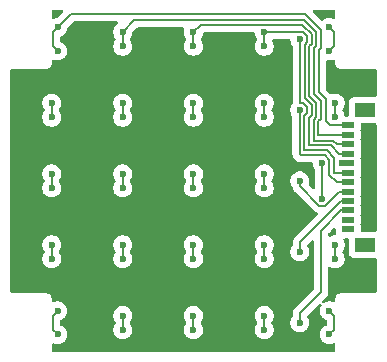
<source format=gbr>
%TF.GenerationSoftware,KiCad,Pcbnew,9.0.0*%
%TF.CreationDate,2025-04-18T16:03:12-04:00*%
%TF.ProjectId,SeniorProjectTouchpad,53656e69-6f72-4507-926f-6a656374546f,rev?*%
%TF.SameCoordinates,Original*%
%TF.FileFunction,Copper,L1,Top*%
%TF.FilePolarity,Positive*%
%FSLAX46Y46*%
G04 Gerber Fmt 4.6, Leading zero omitted, Abs format (unit mm)*
G04 Created by KiCad (PCBNEW 9.0.0) date 2025-04-18 16:03:12*
%MOMM*%
%LPD*%
G01*
G04 APERTURE LIST*
%TA.AperFunction,SMDPad,CuDef*%
%ADD10R,1.700000X1.200000*%
%TD*%
%TA.AperFunction,SMDPad,CuDef*%
%ADD11R,1.100000X0.500000*%
%TD*%
%TA.AperFunction,ViaPad*%
%ADD12C,0.600000*%
%TD*%
%TA.AperFunction,Conductor*%
%ADD13C,0.200000*%
%TD*%
G04 APERTURE END LIST*
D10*
%TO.P,J1,14,MP2*%
%TO.N,unconnected-(J1-MP2-Pad14)*%
X154500000Y-118900000D03*
%TO.P,J1,13,MP1*%
%TO.N,unconnected-(J1-MP1-Pad13)*%
X154500000Y-107500000D03*
D11*
%TO.P,J1,12,12*%
%TO.N,unconnected-(J1-Pad12)*%
X153100000Y-117600000D03*
%TO.P,J1,11,11*%
%TO.N,unconnected-(J1-Pad11)*%
X153100000Y-116800000D03*
%TO.P,J1,10,10*%
%TO.N,unconnected-(J1-Pad10)*%
X153100000Y-116000000D03*
%TO.P,J1,9,9*%
%TO.N,unconnected-(J1-Pad9)*%
X153100000Y-115200000D03*
%TO.P,J1,8,8*%
%TO.N,unconnected-(J1-Pad8)*%
X153100000Y-114400000D03*
%TO.P,J1,7,7*%
%TO.N,unconnected-(J1-Pad7)*%
X153100000Y-113600000D03*
%TO.P,J1,6,6*%
%TO.N,unconnected-(J1-Pad6)*%
X153100000Y-112800000D03*
%TO.P,J1,5,5*%
%TO.N,unconnected-(J1-Pad5)*%
X153100000Y-112000000D03*
%TO.P,J1,4,4*%
%TO.N,unconnected-(J1-Pad4)*%
X153100000Y-111200000D03*
%TO.P,J1,3,3*%
%TO.N,unconnected-(J1-Pad3)*%
X153100000Y-110400000D03*
%TO.P,J1,2,2*%
%TO.N,unconnected-(J1-Pad2)*%
X153100000Y-109600000D03*
%TO.P,J1,1,1*%
%TO.N,unconnected-(J1-Pad1)*%
X153100000Y-108800000D03*
%TD*%
D12*
%TO.N,unconnected-(J1-Pad3)*%
X140000000Y-120100000D03*
%TO.N,unconnected-(J1-Pad4)*%
X146000000Y-120100000D03*
%TO.N,unconnected-(J1-Pad2)*%
X134000000Y-120100000D03*
%TO.N,unconnected-(J1-Pad4)*%
X146000000Y-114100000D03*
%TO.N,unconnected-(J1-Pad3)*%
X140000000Y-108100000D03*
%TO.N,unconnected-(J1-Pad5)*%
X152000000Y-120100000D03*
%TO.N,unconnected-(J1-Pad4)*%
X146000000Y-126100000D03*
%TO.N,unconnected-(J1-Pad5)*%
X152000000Y-108100000D03*
%TO.N,unconnected-(J1-Pad3)*%
X140000000Y-126100000D03*
%TO.N,unconnected-(J1-Pad2)*%
X134000000Y-126100000D03*
%TO.N,unconnected-(J1-Pad4)*%
X146000000Y-108100000D03*
%TO.N,unconnected-(J1-Pad1)*%
X128000000Y-120100000D03*
%TO.N,unconnected-(J1-Pad2)*%
X134000000Y-114100000D03*
%TO.N,unconnected-(J1-Pad1)*%
X128000000Y-114100000D03*
%TO.N,unconnected-(J1-Pad2)*%
X134000000Y-108100000D03*
%TO.N,unconnected-(J1-Pad3)*%
X140000000Y-114100000D03*
%TO.N,unconnected-(J1-Pad1)*%
X128000000Y-108100000D03*
%TO.N,unconnected-(J1-Pad3)*%
X140000000Y-102100000D03*
%TO.N,unconnected-(J1-Pad5)*%
X152600000Y-112000000D03*
X150900000Y-112000000D03*
%TO.N,unconnected-(J1-Pad4)*%
X146000000Y-106900000D03*
%TO.N,unconnected-(J1-Pad10)*%
X149000000Y-125500000D03*
%TO.N,unconnected-(J1-Pad8)*%
X149000000Y-113500000D03*
%TO.N,unconnected-(J1-Pad9)*%
X149000000Y-119500000D03*
%TO.N,unconnected-(J1-Pad6)*%
X149000000Y-101500000D03*
%TO.N,unconnected-(J1-Pad7)*%
X149000000Y-107500000D03*
%TO.N,unconnected-(J1-Pad5)*%
X150900000Y-115000000D03*
%TO.N,unconnected-(J1-Pad1)*%
X128500000Y-124500000D03*
X128500000Y-126500000D03*
%TO.N,unconnected-(J1-Pad5)*%
X151500000Y-126500000D03*
X151500000Y-124500000D03*
X151500000Y-102500000D03*
X151500000Y-100500000D03*
%TO.N,unconnected-(J1-Pad1)*%
X128500000Y-100500000D03*
X128500000Y-102500000D03*
%TO.N,unconnected-(J1-Pad4)*%
X146000000Y-118900000D03*
%TO.N,unconnected-(J1-Pad2)*%
X134000000Y-118900000D03*
%TO.N,unconnected-(J1-Pad3)*%
X140000000Y-118900000D03*
%TO.N,unconnected-(J1-Pad1)*%
X128000000Y-118900000D03*
%TO.N,unconnected-(J1-Pad3)*%
X140000000Y-100900000D03*
%TO.N,unconnected-(J1-Pad4)*%
X146000000Y-100900000D03*
%TO.N,unconnected-(J1-Pad3)*%
X140000000Y-106900000D03*
%TO.N,unconnected-(J1-Pad4)*%
X146000000Y-112900000D03*
%TO.N,unconnected-(J1-Pad5)*%
X152000000Y-106900000D03*
X152000000Y-118900000D03*
%TO.N,unconnected-(J1-Pad4)*%
X146000000Y-124900000D03*
%TO.N,unconnected-(J1-Pad3)*%
X140000000Y-124900000D03*
%TO.N,unconnected-(J1-Pad2)*%
X134000000Y-124900000D03*
%TO.N,unconnected-(J1-Pad1)*%
X128000000Y-112900000D03*
%TO.N,unconnected-(J1-Pad3)*%
X140000000Y-112900000D03*
%TO.N,unconnected-(J1-Pad2)*%
X134000000Y-112900000D03*
%TO.N,unconnected-(J1-Pad1)*%
X128000000Y-106900000D03*
%TO.N,unconnected-(J1-Pad2)*%
X134000000Y-106900000D03*
X134000000Y-100900000D03*
X134000000Y-102100000D03*
%TO.N,unconnected-(J1-Pad4)*%
X146000000Y-102100000D03*
%TD*%
D13*
%TO.N,unconnected-(J1-Pad2)*%
X135002000Y-99898000D02*
X134000000Y-100900000D01*
X149382143Y-99898000D02*
X135002000Y-99898000D01*
X150403000Y-100918857D02*
X149382143Y-99898000D01*
X150203000Y-102281143D02*
X150403000Y-102081143D01*
X150403000Y-102081143D02*
X150403000Y-100918857D01*
X150203000Y-106151757D02*
X150203000Y-102281143D01*
X150804000Y-106752757D02*
X150203000Y-106151757D01*
X150804000Y-108247243D02*
X150804000Y-106752757D01*
X150584047Y-109600000D02*
X150584047Y-108467196D01*
X153100000Y-109600000D02*
X150584047Y-109600000D01*
X150584047Y-108467196D02*
X150804000Y-108247243D01*
%TO.N,unconnected-(J1-Pad1)*%
X129600000Y-99400000D02*
X128500000Y-100500000D01*
X149451243Y-99400000D02*
X129600000Y-99400000D01*
X150804000Y-100752757D02*
X149451243Y-99400000D01*
X150604000Y-105985657D02*
X150604000Y-102447243D01*
X151205000Y-108405000D02*
X151205000Y-106586657D01*
X151205000Y-106586657D02*
X150604000Y-105985657D01*
X151600000Y-108800000D02*
X151205000Y-108405000D01*
X153100000Y-108800000D02*
X151600000Y-108800000D01*
X150604000Y-102447243D02*
X150804000Y-102247243D01*
X150804000Y-102247243D02*
X150804000Y-100752757D01*
%TO.N,unconnected-(J1-Pad3)*%
X140601000Y-100299000D02*
X140000000Y-100900000D01*
X149216043Y-100299000D02*
X140601000Y-100299000D01*
X150002000Y-101084957D02*
X149216043Y-100299000D01*
X150002000Y-101915043D02*
X150002000Y-101084957D01*
X150403000Y-108081143D02*
X150403000Y-106918857D01*
X150183047Y-108301096D02*
X150403000Y-108081143D01*
X150183047Y-110097000D02*
X150183047Y-108301096D01*
X151814100Y-110097000D02*
X150183047Y-110097000D01*
X152117100Y-110400000D02*
X151814100Y-110097000D01*
X153100000Y-110400000D02*
X152117100Y-110400000D01*
X150403000Y-106918857D02*
X149802000Y-106317857D01*
X149802000Y-106317857D02*
X149802000Y-102115043D01*
X149802000Y-102115043D02*
X150002000Y-101915043D01*
%TO.N,unconnected-(J1-Pad4)*%
X152350000Y-111200000D02*
X153100000Y-111200000D01*
X151648000Y-110498000D02*
X152350000Y-111200000D01*
X149782047Y-110498000D02*
X151648000Y-110498000D01*
X149782047Y-108134996D02*
X149782047Y-110498000D01*
X150002000Y-107915043D02*
X149782047Y-108134996D01*
X149415043Y-106498000D02*
X150002000Y-107084957D01*
X149401000Y-106498000D02*
X149415043Y-106498000D01*
X149401000Y-101948943D02*
X149401000Y-106498000D01*
X150002000Y-107084957D02*
X150002000Y-107915043D01*
X149601000Y-101748943D02*
X149401000Y-101948943D01*
X149249943Y-100900000D02*
X149601000Y-101251057D01*
X149601000Y-101251057D02*
X149601000Y-101748943D01*
X146000000Y-100900000D02*
X149249943Y-100900000D01*
%TO.N,unconnected-(J1-Pad5)*%
X151900000Y-124900000D02*
X151900000Y-126100000D01*
X151900000Y-126100000D02*
X151500000Y-126500000D01*
X151500000Y-124500000D02*
X151900000Y-124900000D01*
%TO.N,unconnected-(J1-Pad3)*%
X140000000Y-100900000D02*
X140100000Y-100900000D01*
%TO.N,unconnected-(J1-Pad2)*%
X134000000Y-100900000D02*
X134100000Y-100900000D01*
%TO.N,unconnected-(J1-Pad6)*%
X149381047Y-110899000D02*
X149381047Y-107968896D01*
X149381047Y-107968896D02*
X149601000Y-107748943D01*
X149601000Y-107748943D02*
X149601000Y-107251057D01*
X149601000Y-107251057D02*
X149248943Y-106899000D01*
X149248943Y-106899000D02*
X149000000Y-106899000D01*
X149000000Y-106899000D02*
X149000000Y-101500000D01*
%TO.N,unconnected-(J1-Pad4)*%
X146101000Y-100899000D02*
X146000000Y-101000000D01*
%TO.N,unconnected-(J1-Pad6)*%
X151266100Y-110899000D02*
X149381047Y-110899000D01*
X151902000Y-111534900D02*
X151266100Y-110899000D01*
X151902000Y-112799000D02*
X151902000Y-111534900D01*
X151901000Y-112800000D02*
X151902000Y-112799000D01*
X153100000Y-112800000D02*
X151901000Y-112800000D01*
%TO.N,unconnected-(J1-Pad8)*%
X151148943Y-115601000D02*
X150651057Y-115601000D01*
X149000000Y-113949943D02*
X149000000Y-113500000D01*
X152349943Y-114400000D02*
X151148943Y-115601000D01*
X153100000Y-114400000D02*
X152349943Y-114400000D01*
X150651057Y-115601000D02*
X149000000Y-113949943D01*
%TO.N,unconnected-(J1-Pad5)*%
X150900000Y-112000000D02*
X150900000Y-115000000D01*
%TO.N,unconnected-(J1-Pad1)*%
X128101000Y-100899000D02*
X128500000Y-100500000D01*
X128101000Y-102101000D02*
X128101000Y-100899000D01*
X128500000Y-102500000D02*
X128101000Y-102101000D01*
%TO.N,unconnected-(J1-Pad5)*%
X151899000Y-102101000D02*
X151899000Y-100899000D01*
X151500000Y-102500000D02*
X151899000Y-102101000D01*
X151899000Y-100899000D02*
X151500000Y-100500000D01*
%TO.N,unconnected-(J1-Pad1)*%
X128101000Y-126101000D02*
X128500000Y-126500000D01*
X128101000Y-124899000D02*
X128101000Y-126101000D01*
X128500000Y-124500000D02*
X128101000Y-124899000D01*
%TO.N,unconnected-(J1-Pad9)*%
X152498000Y-115200000D02*
X153100000Y-115200000D01*
X149000000Y-118698000D02*
X152498000Y-115200000D01*
X149000000Y-119500000D02*
X149000000Y-118698000D01*
%TO.N,unconnected-(J1-Pad10)*%
X150800000Y-117698000D02*
X152498000Y-116000000D01*
X149000000Y-124700000D02*
X150800000Y-122900000D01*
X150800000Y-122900000D02*
X150800000Y-117698000D01*
X152498000Y-116000000D02*
X153100000Y-116000000D01*
X149000000Y-125500000D02*
X149000000Y-124700000D01*
%TO.N,unconnected-(J1-Pad7)*%
X151501000Y-111701000D02*
X151501000Y-112967100D01*
X151501000Y-112967100D02*
X152133900Y-113600000D01*
X151100000Y-111300000D02*
X149100000Y-111300000D01*
X152133900Y-113600000D02*
X152900000Y-113600000D01*
X149100000Y-111300000D02*
X148980047Y-111180047D01*
X151501000Y-111701000D02*
X151100000Y-111300000D01*
X148980047Y-111180047D02*
X148980047Y-107519953D01*
X148980047Y-107519953D02*
X149000000Y-107500000D01*
%TO.N,unconnected-(J1-Pad3)*%
X140000000Y-100900000D02*
X140000000Y-102100000D01*
%TO.N,unconnected-(J1-Pad2)*%
X134000000Y-100900000D02*
X134000000Y-102100000D01*
X134000000Y-106900000D02*
X134000000Y-108100000D01*
X134000000Y-112900000D02*
X134000000Y-114100000D01*
X134000000Y-118900000D02*
X134000000Y-120100000D01*
X134000000Y-124900000D02*
X134000000Y-126100000D01*
%TO.N,unconnected-(J1-Pad3)*%
X140000000Y-118900000D02*
X140000000Y-120100000D01*
X140000000Y-124900000D02*
X140000000Y-126100000D01*
%TO.N,unconnected-(J1-Pad4)*%
X146000000Y-120100000D02*
X146000000Y-118900000D01*
X146000000Y-126100000D02*
X146000000Y-124900000D01*
X146000000Y-114100000D02*
X146000000Y-112900000D01*
%TO.N,unconnected-(J1-Pad3)*%
X140000000Y-114100000D02*
X140000000Y-112900000D01*
X140000000Y-108100000D02*
X140000000Y-106900000D01*
%TO.N,unconnected-(J1-Pad4)*%
X146000000Y-106900000D02*
X146000000Y-108100000D01*
%TO.N,unconnected-(J1-Pad1)*%
X128000000Y-108100000D02*
X128000000Y-106900000D01*
X128000000Y-112900000D02*
X128000000Y-114100000D01*
X128000000Y-118900000D02*
X128000000Y-120100000D01*
%TO.N,unconnected-(J1-Pad4)*%
X146000000Y-102100000D02*
X146000000Y-100900000D01*
%TO.N,unconnected-(J1-Pad5)*%
X152000000Y-120100000D02*
X152000000Y-118900000D01*
X152000000Y-108100000D02*
X152000000Y-106900000D01*
%TD*%
%TA.AperFunction,NonConductor*%
G36*
X128917941Y-99020185D02*
G01*
X128963696Y-99072989D01*
X128973640Y-99142147D01*
X128944615Y-99205703D01*
X128938583Y-99212181D01*
X128485339Y-99665425D01*
X128424016Y-99698910D01*
X128421850Y-99699361D01*
X128266508Y-99730261D01*
X128266507Y-99730261D01*
X128171952Y-99769427D01*
X128102482Y-99776895D01*
X128040003Y-99745619D01*
X128004351Y-99685530D01*
X128000500Y-99654865D01*
X128000500Y-99124500D01*
X128020185Y-99057461D01*
X128072989Y-99011706D01*
X128124500Y-99000500D01*
X128850902Y-99000500D01*
X128917941Y-99020185D01*
G37*
%TD.AperFunction*%
%TA.AperFunction,NonConductor*%
G36*
X151942539Y-99020185D02*
G01*
X151988294Y-99072989D01*
X151999500Y-99124500D01*
X151999500Y-99654865D01*
X151979815Y-99721904D01*
X151927011Y-99767659D01*
X151857853Y-99777603D01*
X151828048Y-99769427D01*
X151823780Y-99767659D01*
X151733497Y-99730263D01*
X151733494Y-99730262D01*
X151733491Y-99730261D01*
X151578845Y-99699500D01*
X151578842Y-99699500D01*
X151421158Y-99699500D01*
X151421155Y-99699500D01*
X151266510Y-99730261D01*
X151266498Y-99730264D01*
X151120827Y-99790602D01*
X151120814Y-99790609D01*
X150989711Y-99878210D01*
X150989706Y-99878214D01*
X150971878Y-99896042D01*
X150910554Y-99929526D01*
X150840863Y-99924540D01*
X150796518Y-99896040D01*
X150112659Y-99212181D01*
X150079174Y-99150858D01*
X150084158Y-99081166D01*
X150126030Y-99025233D01*
X150191494Y-99000816D01*
X150200340Y-99000500D01*
X151875500Y-99000500D01*
X151942539Y-99020185D01*
G37*
%TD.AperFunction*%
%TA.AperFunction,NonConductor*%
G36*
X151959996Y-103254379D02*
G01*
X151995648Y-103314468D01*
X151999500Y-103345134D01*
X151999500Y-103565891D01*
X152033608Y-103693187D01*
X152066554Y-103750250D01*
X152099500Y-103807314D01*
X152192686Y-103900500D01*
X152306814Y-103966392D01*
X152434108Y-104000500D01*
X155375500Y-104000500D01*
X155442539Y-104020185D01*
X155488294Y-104072989D01*
X155499500Y-104124500D01*
X155499500Y-106275500D01*
X155479815Y-106342539D01*
X155427011Y-106388294D01*
X155375500Y-106399500D01*
X153602129Y-106399500D01*
X153602123Y-106399501D01*
X153542516Y-106405908D01*
X153407671Y-106456202D01*
X153407664Y-106456206D01*
X153292455Y-106542452D01*
X153292452Y-106542455D01*
X153206206Y-106657664D01*
X153206202Y-106657671D01*
X153155908Y-106792517D01*
X153149501Y-106852116D01*
X153149500Y-106852135D01*
X153149500Y-107925500D01*
X153146949Y-107934185D01*
X153148238Y-107943147D01*
X153137259Y-107967187D01*
X153129815Y-107992539D01*
X153122974Y-107998466D01*
X153119213Y-108006703D01*
X153096978Y-108020992D01*
X153077011Y-108038294D01*
X153066496Y-108040581D01*
X153060435Y-108044477D01*
X153025500Y-108049500D01*
X152907902Y-108049500D01*
X152840863Y-108029815D01*
X152795108Y-107977011D01*
X152786285Y-107949692D01*
X152769738Y-107866508D01*
X152769737Y-107866507D01*
X152769737Y-107866503D01*
X152769735Y-107866498D01*
X152709397Y-107720827D01*
X152709390Y-107720814D01*
X152621398Y-107589125D01*
X152615747Y-107571078D01*
X152605523Y-107555169D01*
X152601071Y-107524207D01*
X152600520Y-107522447D01*
X152600500Y-107520234D01*
X152600500Y-107479765D01*
X152620185Y-107412726D01*
X152621398Y-107410874D01*
X152709390Y-107279185D01*
X152709390Y-107279184D01*
X152709394Y-107279179D01*
X152769737Y-107133497D01*
X152800500Y-106978842D01*
X152800500Y-106821158D01*
X152800500Y-106821155D01*
X152800499Y-106821153D01*
X152769738Y-106666510D01*
X152769737Y-106666503D01*
X152718354Y-106542452D01*
X152709397Y-106520827D01*
X152709390Y-106520814D01*
X152621789Y-106389711D01*
X152621786Y-106389707D01*
X152510292Y-106278213D01*
X152510288Y-106278210D01*
X152379185Y-106190609D01*
X152379172Y-106190602D01*
X152233501Y-106130264D01*
X152233489Y-106130261D01*
X152078845Y-106099500D01*
X152078842Y-106099500D01*
X151921158Y-106099500D01*
X151921155Y-106099500D01*
X151766511Y-106130260D01*
X151766502Y-106130263D01*
X151723786Y-106147956D01*
X151703915Y-106150091D01*
X151685188Y-106157078D01*
X151669884Y-106153749D01*
X151654317Y-106155423D01*
X151636445Y-106146476D01*
X151616915Y-106142229D01*
X151594618Y-106125538D01*
X151591838Y-106124147D01*
X151588659Y-106121080D01*
X151573716Y-106106137D01*
X151573713Y-106106135D01*
X151240819Y-105773241D01*
X151207334Y-105711918D01*
X151204500Y-105685560D01*
X151204500Y-103408498D01*
X151224185Y-103341459D01*
X151276989Y-103295704D01*
X151346147Y-103285760D01*
X151352685Y-103286879D01*
X151373512Y-103291022D01*
X151421156Y-103300500D01*
X151421158Y-103300500D01*
X151578844Y-103300500D01*
X151578845Y-103300499D01*
X151733497Y-103269737D01*
X151828048Y-103230572D01*
X151897517Y-103223104D01*
X151959996Y-103254379D01*
G37*
%TD.AperFunction*%
%TA.AperFunction,NonConductor*%
G36*
X155442539Y-108620184D02*
G01*
X155488294Y-108672988D01*
X155499500Y-108724499D01*
X155499500Y-117675500D01*
X155479815Y-117742539D01*
X155427011Y-117788294D01*
X155375500Y-117799500D01*
X154274499Y-117799500D01*
X154207460Y-117779815D01*
X154161705Y-117727011D01*
X154150499Y-117675500D01*
X154150499Y-117302129D01*
X154150498Y-117302123D01*
X154149970Y-117297206D01*
X154144091Y-117242517D01*
X154144090Y-117242515D01*
X154144090Y-117242512D01*
X154142308Y-117234969D01*
X154143773Y-117234622D01*
X154139409Y-117173651D01*
X154143819Y-117158633D01*
X154144089Y-117157488D01*
X154144088Y-117157488D01*
X154144091Y-117157483D01*
X154150500Y-117097873D01*
X154150499Y-116502128D01*
X154144091Y-116442517D01*
X154144090Y-116442515D01*
X154144090Y-116442512D01*
X154142308Y-116434969D01*
X154143773Y-116434622D01*
X154139409Y-116373651D01*
X154143819Y-116358633D01*
X154144089Y-116357488D01*
X154144088Y-116357488D01*
X154144091Y-116357483D01*
X154150500Y-116297873D01*
X154150499Y-115702128D01*
X154144091Y-115642517D01*
X154144090Y-115642515D01*
X154144090Y-115642512D01*
X154142308Y-115634969D01*
X154143773Y-115634622D01*
X154139409Y-115573651D01*
X154143819Y-115558633D01*
X154144089Y-115557488D01*
X154144088Y-115557488D01*
X154144091Y-115557483D01*
X154150500Y-115497873D01*
X154150499Y-114902128D01*
X154144091Y-114842517D01*
X154144090Y-114842515D01*
X154144090Y-114842512D01*
X154142308Y-114834969D01*
X154143773Y-114834622D01*
X154139409Y-114773651D01*
X154143819Y-114758633D01*
X154144089Y-114757488D01*
X154144088Y-114757488D01*
X154144091Y-114757483D01*
X154150500Y-114697873D01*
X154150499Y-114102128D01*
X154144091Y-114042517D01*
X154144090Y-114042515D01*
X154144090Y-114042512D01*
X154142308Y-114034969D01*
X154143773Y-114034622D01*
X154139409Y-113973651D01*
X154143819Y-113958633D01*
X154144089Y-113957488D01*
X154144088Y-113957488D01*
X154144091Y-113957483D01*
X154150500Y-113897873D01*
X154150499Y-113302128D01*
X154144091Y-113242517D01*
X154144090Y-113242515D01*
X154144090Y-113242512D01*
X154142308Y-113234969D01*
X154143773Y-113234622D01*
X154139409Y-113173651D01*
X154143819Y-113158633D01*
X154144089Y-113157488D01*
X154144088Y-113157488D01*
X154144091Y-113157483D01*
X154150500Y-113097873D01*
X154150499Y-112502128D01*
X154144091Y-112442517D01*
X154144090Y-112442515D01*
X154144090Y-112442512D01*
X154142308Y-112434969D01*
X154143773Y-112434622D01*
X154139409Y-112373651D01*
X154143819Y-112358633D01*
X154144089Y-112357488D01*
X154144088Y-112357488D01*
X154144091Y-112357483D01*
X154150500Y-112297873D01*
X154150499Y-111702128D01*
X154144091Y-111642517D01*
X154144090Y-111642515D01*
X154144090Y-111642512D01*
X154142308Y-111634969D01*
X154143773Y-111634622D01*
X154139409Y-111573651D01*
X154143819Y-111558633D01*
X154144089Y-111557488D01*
X154144088Y-111557488D01*
X154144091Y-111557483D01*
X154150500Y-111497873D01*
X154150499Y-110902128D01*
X154144091Y-110842517D01*
X154144090Y-110842515D01*
X154144090Y-110842512D01*
X154142308Y-110834969D01*
X154143773Y-110834622D01*
X154139409Y-110773651D01*
X154143819Y-110758633D01*
X154144089Y-110757488D01*
X154144088Y-110757488D01*
X154144091Y-110757483D01*
X154150500Y-110697873D01*
X154150499Y-110102128D01*
X154144091Y-110042517D01*
X154144090Y-110042515D01*
X154144090Y-110042512D01*
X154142308Y-110034969D01*
X154143773Y-110034622D01*
X154139409Y-109973651D01*
X154143819Y-109958633D01*
X154144089Y-109957488D01*
X154144088Y-109957488D01*
X154144091Y-109957483D01*
X154150500Y-109897873D01*
X154150499Y-109302128D01*
X154144091Y-109242517D01*
X154144090Y-109242515D01*
X154144090Y-109242512D01*
X154142308Y-109234969D01*
X154143773Y-109234622D01*
X154139409Y-109173651D01*
X154143819Y-109158633D01*
X154144089Y-109157488D01*
X154144088Y-109157488D01*
X154144091Y-109157483D01*
X154150500Y-109097873D01*
X154150499Y-108724498D01*
X154170183Y-108657460D01*
X154222987Y-108611705D01*
X154274499Y-108600499D01*
X155375500Y-108600499D01*
X155442539Y-108620184D01*
G37*
%TD.AperFunction*%
%TA.AperFunction,NonConductor*%
G36*
X151968833Y-117480914D02*
G01*
X152024767Y-117522785D01*
X152049184Y-117588250D01*
X152049500Y-117597096D01*
X152049500Y-117897869D01*
X152049501Y-117897876D01*
X152056421Y-117962247D01*
X152044014Y-118031006D01*
X151996403Y-118082143D01*
X151933131Y-118099500D01*
X151921155Y-118099500D01*
X151766510Y-118130261D01*
X151766498Y-118130264D01*
X151620827Y-118190602D01*
X151620816Y-118190608D01*
X151593390Y-118208934D01*
X151583690Y-118211971D01*
X151576011Y-118218625D01*
X151550912Y-118222233D01*
X151526712Y-118229811D01*
X151516912Y-118227122D01*
X151506853Y-118228569D01*
X151483786Y-118218034D01*
X151459332Y-118211326D01*
X151452541Y-118203765D01*
X151443297Y-118199544D01*
X151429585Y-118178208D01*
X151412643Y-118159346D01*
X151410012Y-118147751D01*
X151405523Y-118140766D01*
X151400500Y-118105831D01*
X151400500Y-117998097D01*
X151420185Y-117931058D01*
X151436819Y-117910416D01*
X151620224Y-117727011D01*
X151837821Y-117509413D01*
X151899142Y-117475930D01*
X151968833Y-117480914D01*
G37*
%TD.AperFunction*%
%TA.AperFunction,NonConductor*%
G36*
X153092539Y-118370184D02*
G01*
X153138294Y-118422988D01*
X153149500Y-118474499D01*
X153149500Y-119547870D01*
X153149501Y-119547876D01*
X153155908Y-119607483D01*
X153206202Y-119742328D01*
X153206206Y-119742335D01*
X153292452Y-119857544D01*
X153292455Y-119857547D01*
X153407664Y-119943793D01*
X153407671Y-119943797D01*
X153542517Y-119994091D01*
X153542516Y-119994091D01*
X153549444Y-119994835D01*
X153602127Y-120000500D01*
X155375500Y-120000499D01*
X155442539Y-120020184D01*
X155488294Y-120072987D01*
X155499500Y-120124499D01*
X155499500Y-122875500D01*
X155479815Y-122942539D01*
X155427011Y-122988294D01*
X155375500Y-122999500D01*
X152434108Y-122999500D01*
X152306812Y-123033608D01*
X152192686Y-123099500D01*
X152192683Y-123099502D01*
X152099502Y-123192683D01*
X152099500Y-123192686D01*
X152033608Y-123306812D01*
X151999500Y-123434108D01*
X151999500Y-123654865D01*
X151979815Y-123721904D01*
X151927011Y-123767659D01*
X151857853Y-123777603D01*
X151828048Y-123769427D01*
X151823780Y-123767659D01*
X151733497Y-123730263D01*
X151733494Y-123730262D01*
X151733491Y-123730261D01*
X151578845Y-123699500D01*
X151578842Y-123699500D01*
X151421158Y-123699500D01*
X151421155Y-123699500D01*
X151266510Y-123730261D01*
X151266498Y-123730264D01*
X151120827Y-123790602D01*
X151120811Y-123790611D01*
X151076104Y-123820483D01*
X151009427Y-123841360D01*
X150942047Y-123822875D01*
X150895357Y-123770895D01*
X150884182Y-123701925D01*
X150912069Y-123637862D01*
X150919521Y-123629712D01*
X151158506Y-123390727D01*
X151158511Y-123390724D01*
X151168714Y-123380520D01*
X151168716Y-123380520D01*
X151280520Y-123268716D01*
X151359577Y-123131784D01*
X151400500Y-122979057D01*
X151400500Y-120894168D01*
X151420185Y-120827129D01*
X151472989Y-120781374D01*
X151542147Y-120771430D01*
X151593392Y-120791067D01*
X151620812Y-120809389D01*
X151620827Y-120809397D01*
X151766498Y-120869735D01*
X151766503Y-120869737D01*
X151921153Y-120900499D01*
X151921156Y-120900500D01*
X151921158Y-120900500D01*
X152078844Y-120900500D01*
X152078845Y-120900499D01*
X152233497Y-120869737D01*
X152379179Y-120809394D01*
X152510289Y-120721789D01*
X152621789Y-120610289D01*
X152709394Y-120479179D01*
X152769737Y-120333497D01*
X152800500Y-120178842D01*
X152800500Y-120021158D01*
X152800500Y-120021155D01*
X152800499Y-120021153D01*
X152785112Y-119943797D01*
X152769737Y-119866503D01*
X152766026Y-119857544D01*
X152709397Y-119720827D01*
X152709390Y-119720814D01*
X152621398Y-119589125D01*
X152615747Y-119571078D01*
X152605523Y-119555169D01*
X152601071Y-119524207D01*
X152600520Y-119522447D01*
X152600500Y-119520234D01*
X152600500Y-119479765D01*
X152620185Y-119412726D01*
X152621398Y-119410874D01*
X152709390Y-119279185D01*
X152709390Y-119279184D01*
X152709394Y-119279179D01*
X152769737Y-119133497D01*
X152800500Y-118978842D01*
X152800500Y-118821158D01*
X152800500Y-118821155D01*
X152800499Y-118821153D01*
X152769738Y-118666510D01*
X152769737Y-118666503D01*
X152750038Y-118618945D01*
X152709863Y-118521951D01*
X152702394Y-118452482D01*
X152733670Y-118390003D01*
X152793759Y-118354351D01*
X152824424Y-118350499D01*
X153025500Y-118350499D01*
X153092539Y-118370184D01*
G37*
%TD.AperFunction*%
%TA.AperFunction,NonConductor*%
G36*
X133563600Y-100020185D02*
G01*
X133609355Y-100072989D01*
X133619299Y-100142147D01*
X133590274Y-100205703D01*
X133565452Y-100227602D01*
X133489711Y-100278210D01*
X133489707Y-100278213D01*
X133378213Y-100389707D01*
X133378210Y-100389711D01*
X133290609Y-100520814D01*
X133290602Y-100520827D01*
X133230264Y-100666498D01*
X133230261Y-100666510D01*
X133199500Y-100821153D01*
X133199500Y-100978846D01*
X133230261Y-101133489D01*
X133230264Y-101133501D01*
X133290602Y-101279172D01*
X133290609Y-101279185D01*
X133378602Y-101410874D01*
X133384252Y-101428920D01*
X133394477Y-101444830D01*
X133398928Y-101475789D01*
X133399480Y-101477551D01*
X133399500Y-101479765D01*
X133399500Y-101520234D01*
X133379815Y-101587273D01*
X133378602Y-101589125D01*
X133290609Y-101720814D01*
X133290602Y-101720827D01*
X133230264Y-101866498D01*
X133230261Y-101866510D01*
X133199500Y-102021153D01*
X133199500Y-102178846D01*
X133230261Y-102333489D01*
X133230264Y-102333501D01*
X133290602Y-102479172D01*
X133290609Y-102479185D01*
X133378210Y-102610288D01*
X133378213Y-102610292D01*
X133489707Y-102721786D01*
X133489711Y-102721789D01*
X133620814Y-102809390D01*
X133620827Y-102809397D01*
X133766498Y-102869735D01*
X133766503Y-102869737D01*
X133921153Y-102900499D01*
X133921156Y-102900500D01*
X133921158Y-102900500D01*
X134078844Y-102900500D01*
X134078845Y-102900499D01*
X134233497Y-102869737D01*
X134379179Y-102809394D01*
X134510289Y-102721789D01*
X134621789Y-102610289D01*
X134709394Y-102479179D01*
X134769737Y-102333497D01*
X134800500Y-102178842D01*
X134800500Y-102021158D01*
X134800500Y-102021155D01*
X134800499Y-102021153D01*
X134794244Y-101989707D01*
X134769737Y-101866503D01*
X134738298Y-101790602D01*
X134709397Y-101720827D01*
X134709390Y-101720814D01*
X134621398Y-101589125D01*
X134615747Y-101571078D01*
X134605523Y-101555169D01*
X134601071Y-101524207D01*
X134600520Y-101522447D01*
X134600500Y-101520234D01*
X134600500Y-101479765D01*
X134620185Y-101412726D01*
X134621398Y-101410874D01*
X134651486Y-101365845D01*
X134709394Y-101279179D01*
X134720217Y-101253051D01*
X134769735Y-101133501D01*
X134769737Y-101133497D01*
X134796429Y-100999309D01*
X134800638Y-100978150D01*
X134833023Y-100916239D01*
X134834518Y-100914716D01*
X135214416Y-100534819D01*
X135275739Y-100501334D01*
X135302097Y-100498500D01*
X139114273Y-100498500D01*
X139181312Y-100518185D01*
X139227067Y-100570989D01*
X139237011Y-100640147D01*
X139231429Y-100660493D01*
X139232031Y-100660676D01*
X139230261Y-100666510D01*
X139199500Y-100821153D01*
X139199500Y-100978846D01*
X139230261Y-101133489D01*
X139230264Y-101133501D01*
X139290602Y-101279172D01*
X139290609Y-101279185D01*
X139378602Y-101410874D01*
X139384252Y-101428920D01*
X139394477Y-101444830D01*
X139398928Y-101475789D01*
X139399480Y-101477551D01*
X139399500Y-101479765D01*
X139399500Y-101520234D01*
X139379815Y-101587273D01*
X139378602Y-101589125D01*
X139290609Y-101720814D01*
X139290602Y-101720827D01*
X139230264Y-101866498D01*
X139230261Y-101866510D01*
X139199500Y-102021153D01*
X139199500Y-102178846D01*
X139230261Y-102333489D01*
X139230264Y-102333501D01*
X139290602Y-102479172D01*
X139290609Y-102479185D01*
X139378210Y-102610288D01*
X139378213Y-102610292D01*
X139489707Y-102721786D01*
X139489711Y-102721789D01*
X139620814Y-102809390D01*
X139620827Y-102809397D01*
X139766498Y-102869735D01*
X139766503Y-102869737D01*
X139921153Y-102900499D01*
X139921156Y-102900500D01*
X139921158Y-102900500D01*
X140078844Y-102900500D01*
X140078845Y-102900499D01*
X140233497Y-102869737D01*
X140379179Y-102809394D01*
X140510289Y-102721789D01*
X140621789Y-102610289D01*
X140709394Y-102479179D01*
X140769737Y-102333497D01*
X140800500Y-102178842D01*
X140800500Y-102021158D01*
X140800500Y-102021155D01*
X140800499Y-102021153D01*
X140794244Y-101989707D01*
X140769737Y-101866503D01*
X140738298Y-101790602D01*
X140709397Y-101720827D01*
X140709390Y-101720814D01*
X140621398Y-101589125D01*
X140615747Y-101571078D01*
X140605523Y-101555169D01*
X140601071Y-101524207D01*
X140600520Y-101522447D01*
X140600500Y-101520234D01*
X140600500Y-101479765D01*
X140620185Y-101412726D01*
X140621398Y-101410874D01*
X140651486Y-101365845D01*
X140709394Y-101279179D01*
X140720217Y-101253051D01*
X140769735Y-101133501D01*
X140769737Y-101133497D01*
X140796429Y-100999309D01*
X140828814Y-100937398D01*
X140889529Y-100902824D01*
X140918046Y-100899500D01*
X145081954Y-100899500D01*
X145148993Y-100919185D01*
X145194748Y-100971989D01*
X145203571Y-100999309D01*
X145230261Y-101133489D01*
X145230264Y-101133501D01*
X145290602Y-101279172D01*
X145290609Y-101279185D01*
X145378602Y-101410874D01*
X145384252Y-101428920D01*
X145394477Y-101444830D01*
X145398928Y-101475789D01*
X145399480Y-101477551D01*
X145399500Y-101479765D01*
X145399500Y-101520234D01*
X145379815Y-101587273D01*
X145378602Y-101589125D01*
X145290609Y-101720814D01*
X145290602Y-101720827D01*
X145230264Y-101866498D01*
X145230261Y-101866510D01*
X145199500Y-102021153D01*
X145199500Y-102178846D01*
X145230261Y-102333489D01*
X145230264Y-102333501D01*
X145290602Y-102479172D01*
X145290609Y-102479185D01*
X145378210Y-102610288D01*
X145378213Y-102610292D01*
X145489707Y-102721786D01*
X145489711Y-102721789D01*
X145620814Y-102809390D01*
X145620827Y-102809397D01*
X145766498Y-102869735D01*
X145766503Y-102869737D01*
X145921153Y-102900499D01*
X145921156Y-102900500D01*
X145921158Y-102900500D01*
X146078844Y-102900500D01*
X146078845Y-102900499D01*
X146233497Y-102869737D01*
X146379179Y-102809394D01*
X146510289Y-102721789D01*
X146621789Y-102610289D01*
X146709394Y-102479179D01*
X146769737Y-102333497D01*
X146800500Y-102178842D01*
X146800500Y-102021158D01*
X146800500Y-102021155D01*
X146800499Y-102021153D01*
X146794244Y-101989707D01*
X146769737Y-101866503D01*
X146738298Y-101790602D01*
X146709397Y-101720827D01*
X146709389Y-101720812D01*
X146691067Y-101693392D01*
X146670188Y-101626715D01*
X146688672Y-101559334D01*
X146740650Y-101512644D01*
X146794168Y-101500500D01*
X148082152Y-101500500D01*
X148149191Y-101520185D01*
X148194946Y-101572989D01*
X148203769Y-101600308D01*
X148230261Y-101733491D01*
X148230264Y-101733501D01*
X148290602Y-101879172D01*
X148290609Y-101879185D01*
X148378602Y-102010874D01*
X148399480Y-102077551D01*
X148399500Y-102079765D01*
X148399500Y-106920234D01*
X148379815Y-106987273D01*
X148378602Y-106989125D01*
X148290609Y-107120814D01*
X148290602Y-107120827D01*
X148230264Y-107266498D01*
X148230261Y-107266510D01*
X148199500Y-107421153D01*
X148199500Y-107578846D01*
X148230261Y-107733489D01*
X148230264Y-107733501D01*
X148290602Y-107879172D01*
X148290609Y-107879185D01*
X148358649Y-107981013D01*
X148379527Y-108047690D01*
X148379547Y-108049904D01*
X148379547Y-111093377D01*
X148379546Y-111093395D01*
X148379546Y-111259101D01*
X148379545Y-111259101D01*
X148420471Y-111411836D01*
X148420472Y-111411837D01*
X148445879Y-111455842D01*
X148445881Y-111455844D01*
X148499526Y-111548761D01*
X148499528Y-111548764D01*
X148615149Y-111664385D01*
X148619479Y-111668715D01*
X148619480Y-111668716D01*
X148731284Y-111780520D01*
X148731286Y-111780521D01*
X148731290Y-111780524D01*
X148782786Y-111810255D01*
X148782791Y-111810257D01*
X148868209Y-111859574D01*
X148868210Y-111859574D01*
X148868215Y-111859577D01*
X149020943Y-111900500D01*
X149179057Y-111900500D01*
X149975500Y-111900500D01*
X150042539Y-111920185D01*
X150088294Y-111972989D01*
X150099500Y-112024500D01*
X150099500Y-112078846D01*
X150130261Y-112233489D01*
X150130264Y-112233501D01*
X150190602Y-112379172D01*
X150190609Y-112379185D01*
X150278602Y-112510874D01*
X150299480Y-112577551D01*
X150299500Y-112579765D01*
X150299500Y-114100846D01*
X150279815Y-114167885D01*
X150227011Y-114213640D01*
X150157853Y-114223584D01*
X150094297Y-114194559D01*
X150087819Y-114188527D01*
X149788212Y-113888920D01*
X149754727Y-113827597D01*
X149759711Y-113757905D01*
X149761308Y-113753846D01*
X149769737Y-113733497D01*
X149800500Y-113578842D01*
X149800500Y-113421158D01*
X149800500Y-113421155D01*
X149800499Y-113421153D01*
X149776822Y-113302123D01*
X149769737Y-113266503D01*
X149731277Y-113173651D01*
X149709397Y-113120827D01*
X149709390Y-113120814D01*
X149621789Y-112989711D01*
X149621786Y-112989707D01*
X149510292Y-112878213D01*
X149510288Y-112878210D01*
X149379185Y-112790609D01*
X149379172Y-112790602D01*
X149233501Y-112730264D01*
X149233489Y-112730261D01*
X149078845Y-112699500D01*
X149078842Y-112699500D01*
X148921158Y-112699500D01*
X148921155Y-112699500D01*
X148766510Y-112730261D01*
X148766498Y-112730264D01*
X148620827Y-112790602D01*
X148620814Y-112790609D01*
X148489711Y-112878210D01*
X148489707Y-112878213D01*
X148378213Y-112989707D01*
X148378210Y-112989711D01*
X148290609Y-113120814D01*
X148290602Y-113120827D01*
X148230264Y-113266498D01*
X148230261Y-113266510D01*
X148199500Y-113421153D01*
X148199500Y-113578846D01*
X148230261Y-113733489D01*
X148230264Y-113733501D01*
X148290602Y-113879172D01*
X148290609Y-113879185D01*
X148378210Y-114010288D01*
X148382076Y-114014999D01*
X148381107Y-114015794D01*
X148383869Y-114020288D01*
X148391437Y-114026443D01*
X148402811Y-114051106D01*
X148407094Y-114058074D01*
X148408162Y-114061333D01*
X148440423Y-114181728D01*
X148450684Y-114199500D01*
X148457116Y-114210641D01*
X148457117Y-114210643D01*
X148519477Y-114318655D01*
X148519481Y-114318660D01*
X148638349Y-114437528D01*
X148638355Y-114437533D01*
X150166196Y-115965374D01*
X150166206Y-115965385D01*
X150170536Y-115969715D01*
X150170537Y-115969716D01*
X150282341Y-116081520D01*
X150369152Y-116131639D01*
X150419272Y-116160577D01*
X150436172Y-116165105D01*
X150447512Y-116170807D01*
X150464134Y-116186338D01*
X150483559Y-116198177D01*
X150489174Y-116209736D01*
X150498564Y-116218509D01*
X150504150Y-116240559D01*
X150514092Y-116261022D01*
X150512567Y-116273781D01*
X150515723Y-116286239D01*
X150508500Y-116307810D01*
X150505801Y-116330398D01*
X150496176Y-116344619D01*
X150493540Y-116352493D01*
X150487642Y-116357227D01*
X150479491Y-116369273D01*
X148519481Y-118329282D01*
X148519479Y-118329284D01*
X148497461Y-118367422D01*
X148484593Y-118389711D01*
X148440423Y-118466215D01*
X148399499Y-118618943D01*
X148399499Y-118618945D01*
X148399499Y-118787046D01*
X148399500Y-118787059D01*
X148399500Y-118920234D01*
X148379815Y-118987273D01*
X148378602Y-118989125D01*
X148290609Y-119120814D01*
X148290602Y-119120827D01*
X148230264Y-119266498D01*
X148230261Y-119266510D01*
X148199500Y-119421153D01*
X148199500Y-119578846D01*
X148230261Y-119733489D01*
X148230264Y-119733501D01*
X148290602Y-119879172D01*
X148290609Y-119879185D01*
X148378210Y-120010288D01*
X148378213Y-120010292D01*
X148489707Y-120121786D01*
X148489711Y-120121789D01*
X148620814Y-120209390D01*
X148620827Y-120209397D01*
X148766498Y-120269735D01*
X148766503Y-120269737D01*
X148921153Y-120300499D01*
X148921156Y-120300500D01*
X148921158Y-120300500D01*
X149078844Y-120300500D01*
X149078845Y-120300499D01*
X149233497Y-120269737D01*
X149379179Y-120209394D01*
X149510289Y-120121789D01*
X149621789Y-120010289D01*
X149709394Y-119879179D01*
X149769737Y-119733497D01*
X149800500Y-119578842D01*
X149800500Y-119421158D01*
X149800500Y-119421155D01*
X149800499Y-119421153D01*
X149798338Y-119410289D01*
X149769737Y-119266503D01*
X149769735Y-119266498D01*
X149709397Y-119120827D01*
X149709390Y-119120814D01*
X149652585Y-119035800D01*
X149631707Y-118969123D01*
X149650191Y-118901743D01*
X149668002Y-118879232D01*
X149987819Y-118559416D01*
X150049142Y-118525931D01*
X150118834Y-118530915D01*
X150174767Y-118572787D01*
X150199184Y-118638251D01*
X150199500Y-118647097D01*
X150199500Y-122599902D01*
X150179815Y-122666941D01*
X150163181Y-122687583D01*
X148519481Y-124331282D01*
X148519480Y-124331284D01*
X148485748Y-124389711D01*
X148469361Y-124418094D01*
X148469359Y-124418096D01*
X148440425Y-124468209D01*
X148440424Y-124468210D01*
X148440423Y-124468215D01*
X148399499Y-124620943D01*
X148399499Y-124620945D01*
X148399499Y-124789046D01*
X148399500Y-124789059D01*
X148399500Y-124920234D01*
X148379815Y-124987273D01*
X148378602Y-124989125D01*
X148290609Y-125120814D01*
X148290602Y-125120827D01*
X148230264Y-125266498D01*
X148230261Y-125266510D01*
X148199500Y-125421153D01*
X148199500Y-125578846D01*
X148230261Y-125733489D01*
X148230264Y-125733501D01*
X148290602Y-125879172D01*
X148290609Y-125879185D01*
X148378210Y-126010288D01*
X148378213Y-126010292D01*
X148489707Y-126121786D01*
X148489711Y-126121789D01*
X148620814Y-126209390D01*
X148620827Y-126209397D01*
X148758683Y-126266498D01*
X148766503Y-126269737D01*
X148921153Y-126300499D01*
X148921156Y-126300500D01*
X148921158Y-126300500D01*
X149078844Y-126300500D01*
X149078845Y-126300499D01*
X149233497Y-126269737D01*
X149379179Y-126209394D01*
X149510289Y-126121789D01*
X149621789Y-126010289D01*
X149709394Y-125879179D01*
X149769737Y-125733497D01*
X149800500Y-125578842D01*
X149800500Y-125421158D01*
X149800500Y-125421155D01*
X149800499Y-125421153D01*
X149788699Y-125361833D01*
X149769737Y-125266503D01*
X149746080Y-125209390D01*
X149709397Y-125120827D01*
X149709390Y-125120814D01*
X149653386Y-125036999D01*
X149632508Y-124970322D01*
X149650992Y-124902942D01*
X149668803Y-124880431D01*
X150629701Y-123919532D01*
X150691022Y-123886049D01*
X150760713Y-123891033D01*
X150816647Y-123932905D01*
X150841064Y-123998369D01*
X150826212Y-124066642D01*
X150820483Y-124076104D01*
X150790611Y-124120811D01*
X150790602Y-124120827D01*
X150730264Y-124266498D01*
X150730261Y-124266510D01*
X150699500Y-124421153D01*
X150699500Y-124578846D01*
X150730261Y-124733489D01*
X150730264Y-124733501D01*
X150790602Y-124879172D01*
X150790609Y-124879185D01*
X150878210Y-125010288D01*
X150878213Y-125010292D01*
X150989707Y-125121786D01*
X150989711Y-125121789D01*
X151120814Y-125209390D01*
X151120827Y-125209397D01*
X151222952Y-125251698D01*
X151277356Y-125295538D01*
X151299421Y-125361833D01*
X151299500Y-125366259D01*
X151299500Y-125633740D01*
X151279815Y-125700779D01*
X151227011Y-125746534D01*
X151222953Y-125748301D01*
X151120824Y-125790604D01*
X151120814Y-125790609D01*
X150989711Y-125878210D01*
X150989707Y-125878213D01*
X150878213Y-125989707D01*
X150878210Y-125989711D01*
X150790609Y-126120814D01*
X150790602Y-126120827D01*
X150730264Y-126266498D01*
X150730261Y-126266510D01*
X150699500Y-126421153D01*
X150699500Y-126578846D01*
X150730261Y-126733489D01*
X150730264Y-126733501D01*
X150790602Y-126879172D01*
X150790609Y-126879185D01*
X150878210Y-127010288D01*
X150878213Y-127010292D01*
X150989707Y-127121786D01*
X150989711Y-127121789D01*
X151120814Y-127209390D01*
X151120827Y-127209397D01*
X151229425Y-127254379D01*
X151266503Y-127269737D01*
X151421153Y-127300499D01*
X151421156Y-127300500D01*
X151421158Y-127300500D01*
X151578844Y-127300500D01*
X151578845Y-127300499D01*
X151733497Y-127269737D01*
X151828048Y-127230572D01*
X151897517Y-127223104D01*
X151959996Y-127254379D01*
X151995648Y-127314468D01*
X151999500Y-127345134D01*
X151999500Y-127875500D01*
X151979815Y-127942539D01*
X151927011Y-127988294D01*
X151875500Y-127999500D01*
X128124500Y-127999500D01*
X128057461Y-127979815D01*
X128011706Y-127927011D01*
X128000500Y-127875500D01*
X128000500Y-127345134D01*
X128020185Y-127278095D01*
X128072989Y-127232340D01*
X128142147Y-127222396D01*
X128171950Y-127230572D01*
X128266503Y-127269737D01*
X128421153Y-127300499D01*
X128421156Y-127300500D01*
X128421158Y-127300500D01*
X128578844Y-127300500D01*
X128578845Y-127300499D01*
X128733497Y-127269737D01*
X128879179Y-127209394D01*
X129010289Y-127121789D01*
X129121789Y-127010289D01*
X129209394Y-126879179D01*
X129269737Y-126733497D01*
X129300500Y-126578842D01*
X129300500Y-126421158D01*
X129300500Y-126421155D01*
X129300499Y-126421153D01*
X129269738Y-126266510D01*
X129269737Y-126266503D01*
X129209794Y-126121786D01*
X129209397Y-126120827D01*
X129209390Y-126120814D01*
X129121789Y-125989711D01*
X129121786Y-125989707D01*
X129010292Y-125878213D01*
X129010288Y-125878210D01*
X128879185Y-125790609D01*
X128879172Y-125790602D01*
X128778048Y-125748716D01*
X128723644Y-125704875D01*
X128701579Y-125638581D01*
X128701500Y-125634155D01*
X128701500Y-125365845D01*
X128721185Y-125298806D01*
X128773989Y-125253051D01*
X128778048Y-125251284D01*
X128879172Y-125209397D01*
X128879172Y-125209396D01*
X128879179Y-125209394D01*
X129010289Y-125121789D01*
X129121789Y-125010289D01*
X129209394Y-124879179D01*
X129233429Y-124821153D01*
X133199500Y-124821153D01*
X133199500Y-124978846D01*
X133230261Y-125133489D01*
X133230264Y-125133501D01*
X133290602Y-125279172D01*
X133290609Y-125279185D01*
X133378602Y-125410874D01*
X133384252Y-125428920D01*
X133394477Y-125444830D01*
X133398928Y-125475789D01*
X133399480Y-125477551D01*
X133399500Y-125479765D01*
X133399500Y-125520234D01*
X133379815Y-125587273D01*
X133378602Y-125589125D01*
X133290609Y-125720814D01*
X133290602Y-125720827D01*
X133230264Y-125866498D01*
X133230261Y-125866510D01*
X133199500Y-126021153D01*
X133199500Y-126178846D01*
X133230261Y-126333489D01*
X133230264Y-126333501D01*
X133290602Y-126479172D01*
X133290609Y-126479185D01*
X133378210Y-126610288D01*
X133378213Y-126610292D01*
X133489707Y-126721786D01*
X133489711Y-126721789D01*
X133620814Y-126809390D01*
X133620827Y-126809397D01*
X133766498Y-126869735D01*
X133766503Y-126869737D01*
X133921153Y-126900499D01*
X133921156Y-126900500D01*
X133921158Y-126900500D01*
X134078844Y-126900500D01*
X134078845Y-126900499D01*
X134233497Y-126869737D01*
X134379179Y-126809394D01*
X134510289Y-126721789D01*
X134621789Y-126610289D01*
X134709394Y-126479179D01*
X134769737Y-126333497D01*
X134800500Y-126178842D01*
X134800500Y-126021158D01*
X134800500Y-126021155D01*
X134800499Y-126021153D01*
X134794244Y-125989707D01*
X134769737Y-125866503D01*
X134738298Y-125790602D01*
X134709397Y-125720827D01*
X134709390Y-125720814D01*
X134621398Y-125589125D01*
X134615747Y-125571078D01*
X134605523Y-125555169D01*
X134601071Y-125524207D01*
X134600520Y-125522447D01*
X134600500Y-125520234D01*
X134600500Y-125479765D01*
X134620185Y-125412726D01*
X134621398Y-125410874D01*
X134651486Y-125365845D01*
X134709394Y-125279179D01*
X134720217Y-125253051D01*
X134769735Y-125133501D01*
X134769737Y-125133497D01*
X134800500Y-124978842D01*
X134800500Y-124821158D01*
X134800500Y-124821155D01*
X134800499Y-124821153D01*
X139199500Y-124821153D01*
X139199500Y-124978846D01*
X139230261Y-125133489D01*
X139230264Y-125133501D01*
X139290602Y-125279172D01*
X139290609Y-125279185D01*
X139378602Y-125410874D01*
X139384252Y-125428920D01*
X139394477Y-125444830D01*
X139398928Y-125475789D01*
X139399480Y-125477551D01*
X139399500Y-125479765D01*
X139399500Y-125520234D01*
X139379815Y-125587273D01*
X139378602Y-125589125D01*
X139290609Y-125720814D01*
X139290602Y-125720827D01*
X139230264Y-125866498D01*
X139230261Y-125866510D01*
X139199500Y-126021153D01*
X139199500Y-126178846D01*
X139230261Y-126333489D01*
X139230264Y-126333501D01*
X139290602Y-126479172D01*
X139290609Y-126479185D01*
X139378210Y-126610288D01*
X139378213Y-126610292D01*
X139489707Y-126721786D01*
X139489711Y-126721789D01*
X139620814Y-126809390D01*
X139620827Y-126809397D01*
X139766498Y-126869735D01*
X139766503Y-126869737D01*
X139921153Y-126900499D01*
X139921156Y-126900500D01*
X139921158Y-126900500D01*
X140078844Y-126900500D01*
X140078845Y-126900499D01*
X140233497Y-126869737D01*
X140379179Y-126809394D01*
X140510289Y-126721789D01*
X140621789Y-126610289D01*
X140709394Y-126479179D01*
X140769737Y-126333497D01*
X140800500Y-126178842D01*
X140800500Y-126021158D01*
X140800500Y-126021155D01*
X140800499Y-126021153D01*
X140794244Y-125989707D01*
X140769737Y-125866503D01*
X140738298Y-125790602D01*
X140709397Y-125720827D01*
X140709390Y-125720814D01*
X140621398Y-125589125D01*
X140615747Y-125571078D01*
X140605523Y-125555169D01*
X140601071Y-125524207D01*
X140600520Y-125522447D01*
X140600500Y-125520234D01*
X140600500Y-125479765D01*
X140620185Y-125412726D01*
X140621398Y-125410874D01*
X140651486Y-125365845D01*
X140709394Y-125279179D01*
X140720217Y-125253051D01*
X140769735Y-125133501D01*
X140769737Y-125133497D01*
X140800500Y-124978842D01*
X140800500Y-124821158D01*
X140800500Y-124821155D01*
X140800499Y-124821153D01*
X145199500Y-124821153D01*
X145199500Y-124978846D01*
X145230261Y-125133489D01*
X145230264Y-125133501D01*
X145290602Y-125279172D01*
X145290609Y-125279185D01*
X145378602Y-125410874D01*
X145384252Y-125428920D01*
X145394477Y-125444830D01*
X145398928Y-125475789D01*
X145399480Y-125477551D01*
X145399500Y-125479765D01*
X145399500Y-125520234D01*
X145379815Y-125587273D01*
X145378602Y-125589125D01*
X145290609Y-125720814D01*
X145290602Y-125720827D01*
X145230264Y-125866498D01*
X145230261Y-125866510D01*
X145199500Y-126021153D01*
X145199500Y-126178846D01*
X145230261Y-126333489D01*
X145230264Y-126333501D01*
X145290602Y-126479172D01*
X145290609Y-126479185D01*
X145378210Y-126610288D01*
X145378213Y-126610292D01*
X145489707Y-126721786D01*
X145489711Y-126721789D01*
X145620814Y-126809390D01*
X145620827Y-126809397D01*
X145766498Y-126869735D01*
X145766503Y-126869737D01*
X145921153Y-126900499D01*
X145921156Y-126900500D01*
X145921158Y-126900500D01*
X146078844Y-126900500D01*
X146078845Y-126900499D01*
X146233497Y-126869737D01*
X146379179Y-126809394D01*
X146510289Y-126721789D01*
X146621789Y-126610289D01*
X146709394Y-126479179D01*
X146769737Y-126333497D01*
X146800500Y-126178842D01*
X146800500Y-126021158D01*
X146800500Y-126021155D01*
X146800499Y-126021153D01*
X146794244Y-125989707D01*
X146769737Y-125866503D01*
X146738298Y-125790602D01*
X146709397Y-125720827D01*
X146709390Y-125720814D01*
X146621398Y-125589125D01*
X146615747Y-125571078D01*
X146605523Y-125555169D01*
X146601071Y-125524207D01*
X146600520Y-125522447D01*
X146600500Y-125520234D01*
X146600500Y-125479765D01*
X146620185Y-125412726D01*
X146621398Y-125410874D01*
X146651486Y-125365845D01*
X146709394Y-125279179D01*
X146720217Y-125253051D01*
X146769735Y-125133501D01*
X146769737Y-125133497D01*
X146800500Y-124978842D01*
X146800500Y-124821158D01*
X146800500Y-124821155D01*
X146800499Y-124821153D01*
X146792126Y-124779060D01*
X146769737Y-124666503D01*
X146769735Y-124666498D01*
X146709397Y-124520827D01*
X146709390Y-124520814D01*
X146621789Y-124389711D01*
X146621786Y-124389707D01*
X146510292Y-124278213D01*
X146510288Y-124278210D01*
X146379185Y-124190609D01*
X146379172Y-124190602D01*
X146233501Y-124130264D01*
X146233489Y-124130261D01*
X146078845Y-124099500D01*
X146078842Y-124099500D01*
X145921158Y-124099500D01*
X145921155Y-124099500D01*
X145766510Y-124130261D01*
X145766498Y-124130264D01*
X145620827Y-124190602D01*
X145620814Y-124190609D01*
X145489711Y-124278210D01*
X145489707Y-124278213D01*
X145378213Y-124389707D01*
X145378210Y-124389711D01*
X145290609Y-124520814D01*
X145290602Y-124520827D01*
X145230264Y-124666498D01*
X145230261Y-124666510D01*
X145199500Y-124821153D01*
X140800499Y-124821153D01*
X140792126Y-124779060D01*
X140769737Y-124666503D01*
X140769735Y-124666498D01*
X140709397Y-124520827D01*
X140709390Y-124520814D01*
X140621789Y-124389711D01*
X140621786Y-124389707D01*
X140510292Y-124278213D01*
X140510288Y-124278210D01*
X140379185Y-124190609D01*
X140379172Y-124190602D01*
X140233501Y-124130264D01*
X140233489Y-124130261D01*
X140078845Y-124099500D01*
X140078842Y-124099500D01*
X139921158Y-124099500D01*
X139921155Y-124099500D01*
X139766510Y-124130261D01*
X139766498Y-124130264D01*
X139620827Y-124190602D01*
X139620814Y-124190609D01*
X139489711Y-124278210D01*
X139489707Y-124278213D01*
X139378213Y-124389707D01*
X139378210Y-124389711D01*
X139290609Y-124520814D01*
X139290602Y-124520827D01*
X139230264Y-124666498D01*
X139230261Y-124666510D01*
X139199500Y-124821153D01*
X134800499Y-124821153D01*
X134792126Y-124779060D01*
X134769737Y-124666503D01*
X134769735Y-124666498D01*
X134709397Y-124520827D01*
X134709390Y-124520814D01*
X134621789Y-124389711D01*
X134621786Y-124389707D01*
X134510292Y-124278213D01*
X134510288Y-124278210D01*
X134379185Y-124190609D01*
X134379172Y-124190602D01*
X134233501Y-124130264D01*
X134233489Y-124130261D01*
X134078845Y-124099500D01*
X134078842Y-124099500D01*
X133921158Y-124099500D01*
X133921155Y-124099500D01*
X133766510Y-124130261D01*
X133766498Y-124130264D01*
X133620827Y-124190602D01*
X133620814Y-124190609D01*
X133489711Y-124278210D01*
X133489707Y-124278213D01*
X133378213Y-124389707D01*
X133378210Y-124389711D01*
X133290609Y-124520814D01*
X133290602Y-124520827D01*
X133230264Y-124666498D01*
X133230261Y-124666510D01*
X133199500Y-124821153D01*
X129233429Y-124821153D01*
X129246728Y-124789046D01*
X129255603Y-124767621D01*
X129255605Y-124767614D01*
X129269737Y-124733497D01*
X129300500Y-124578842D01*
X129300500Y-124421158D01*
X129300500Y-124421155D01*
X129300499Y-124421153D01*
X129272066Y-124278211D01*
X129269737Y-124266503D01*
X129238298Y-124190602D01*
X129209397Y-124120827D01*
X129209390Y-124120814D01*
X129121789Y-123989711D01*
X129121786Y-123989707D01*
X129010292Y-123878213D01*
X129010288Y-123878210D01*
X128879185Y-123790609D01*
X128879172Y-123790602D01*
X128733501Y-123730264D01*
X128733489Y-123730261D01*
X128578845Y-123699500D01*
X128578842Y-123699500D01*
X128421158Y-123699500D01*
X128421155Y-123699500D01*
X128266510Y-123730261D01*
X128266507Y-123730261D01*
X128171952Y-123769427D01*
X128102482Y-123776895D01*
X128040003Y-123745619D01*
X128004351Y-123685530D01*
X128000500Y-123654865D01*
X128000500Y-123434110D01*
X128000500Y-123434108D01*
X127966392Y-123306814D01*
X127900500Y-123192686D01*
X127807314Y-123099500D01*
X127750250Y-123066554D01*
X127693187Y-123033608D01*
X127629539Y-123016554D01*
X127565892Y-122999500D01*
X127565891Y-122999500D01*
X124624500Y-122999500D01*
X124557461Y-122979815D01*
X124511706Y-122927011D01*
X124500500Y-122875500D01*
X124500500Y-118821153D01*
X127199500Y-118821153D01*
X127199500Y-118978846D01*
X127230261Y-119133489D01*
X127230264Y-119133501D01*
X127290602Y-119279172D01*
X127290609Y-119279185D01*
X127378602Y-119410874D01*
X127384252Y-119428920D01*
X127394477Y-119444830D01*
X127398928Y-119475789D01*
X127399480Y-119477551D01*
X127399500Y-119479765D01*
X127399500Y-119520234D01*
X127379815Y-119587273D01*
X127378602Y-119589125D01*
X127290609Y-119720814D01*
X127290602Y-119720827D01*
X127230264Y-119866498D01*
X127230261Y-119866510D01*
X127199500Y-120021153D01*
X127199500Y-120178846D01*
X127230261Y-120333489D01*
X127230264Y-120333501D01*
X127290602Y-120479172D01*
X127290609Y-120479185D01*
X127378210Y-120610288D01*
X127378213Y-120610292D01*
X127489707Y-120721786D01*
X127489711Y-120721789D01*
X127620814Y-120809390D01*
X127620827Y-120809397D01*
X127766498Y-120869735D01*
X127766503Y-120869737D01*
X127921153Y-120900499D01*
X127921156Y-120900500D01*
X127921158Y-120900500D01*
X128078844Y-120900500D01*
X128078845Y-120900499D01*
X128233497Y-120869737D01*
X128379179Y-120809394D01*
X128510289Y-120721789D01*
X128621789Y-120610289D01*
X128709394Y-120479179D01*
X128769737Y-120333497D01*
X128800500Y-120178842D01*
X128800500Y-120021158D01*
X128800500Y-120021155D01*
X128800499Y-120021153D01*
X128785112Y-119943797D01*
X128769737Y-119866503D01*
X128766026Y-119857544D01*
X128709397Y-119720827D01*
X128709390Y-119720814D01*
X128621398Y-119589125D01*
X128615747Y-119571078D01*
X128605523Y-119555169D01*
X128601071Y-119524207D01*
X128600520Y-119522447D01*
X128600500Y-119520234D01*
X128600500Y-119479765D01*
X128620185Y-119412726D01*
X128621398Y-119410874D01*
X128709390Y-119279185D01*
X128709390Y-119279184D01*
X128709394Y-119279179D01*
X128769737Y-119133497D01*
X128800500Y-118978842D01*
X128800500Y-118821158D01*
X128800500Y-118821155D01*
X128800499Y-118821153D01*
X133199500Y-118821153D01*
X133199500Y-118978846D01*
X133230261Y-119133489D01*
X133230264Y-119133501D01*
X133290602Y-119279172D01*
X133290609Y-119279185D01*
X133378602Y-119410874D01*
X133384252Y-119428920D01*
X133394477Y-119444830D01*
X133398928Y-119475789D01*
X133399480Y-119477551D01*
X133399500Y-119479765D01*
X133399500Y-119520234D01*
X133379815Y-119587273D01*
X133378602Y-119589125D01*
X133290609Y-119720814D01*
X133290602Y-119720827D01*
X133230264Y-119866498D01*
X133230261Y-119866510D01*
X133199500Y-120021153D01*
X133199500Y-120178846D01*
X133230261Y-120333489D01*
X133230264Y-120333501D01*
X133290602Y-120479172D01*
X133290609Y-120479185D01*
X133378210Y-120610288D01*
X133378213Y-120610292D01*
X133489707Y-120721786D01*
X133489711Y-120721789D01*
X133620814Y-120809390D01*
X133620827Y-120809397D01*
X133766498Y-120869735D01*
X133766503Y-120869737D01*
X133921153Y-120900499D01*
X133921156Y-120900500D01*
X133921158Y-120900500D01*
X134078844Y-120900500D01*
X134078845Y-120900499D01*
X134233497Y-120869737D01*
X134379179Y-120809394D01*
X134510289Y-120721789D01*
X134621789Y-120610289D01*
X134709394Y-120479179D01*
X134769737Y-120333497D01*
X134800500Y-120178842D01*
X134800500Y-120021158D01*
X134800500Y-120021155D01*
X134800499Y-120021153D01*
X134785112Y-119943797D01*
X134769737Y-119866503D01*
X134766026Y-119857544D01*
X134709397Y-119720827D01*
X134709390Y-119720814D01*
X134621398Y-119589125D01*
X134615747Y-119571078D01*
X134605523Y-119555169D01*
X134601071Y-119524207D01*
X134600520Y-119522447D01*
X134600500Y-119520234D01*
X134600500Y-119479765D01*
X134620185Y-119412726D01*
X134621398Y-119410874D01*
X134709390Y-119279185D01*
X134709390Y-119279184D01*
X134709394Y-119279179D01*
X134769737Y-119133497D01*
X134800500Y-118978842D01*
X134800500Y-118821158D01*
X134800500Y-118821155D01*
X134800499Y-118821153D01*
X139199500Y-118821153D01*
X139199500Y-118978846D01*
X139230261Y-119133489D01*
X139230264Y-119133501D01*
X139290602Y-119279172D01*
X139290609Y-119279185D01*
X139378602Y-119410874D01*
X139384252Y-119428920D01*
X139394477Y-119444830D01*
X139398928Y-119475789D01*
X139399480Y-119477551D01*
X139399500Y-119479765D01*
X139399500Y-119520234D01*
X139379815Y-119587273D01*
X139378602Y-119589125D01*
X139290609Y-119720814D01*
X139290602Y-119720827D01*
X139230264Y-119866498D01*
X139230261Y-119866510D01*
X139199500Y-120021153D01*
X139199500Y-120178846D01*
X139230261Y-120333489D01*
X139230264Y-120333501D01*
X139290602Y-120479172D01*
X139290609Y-120479185D01*
X139378210Y-120610288D01*
X139378213Y-120610292D01*
X139489707Y-120721786D01*
X139489711Y-120721789D01*
X139620814Y-120809390D01*
X139620827Y-120809397D01*
X139766498Y-120869735D01*
X139766503Y-120869737D01*
X139921153Y-120900499D01*
X139921156Y-120900500D01*
X139921158Y-120900500D01*
X140078844Y-120900500D01*
X140078845Y-120900499D01*
X140233497Y-120869737D01*
X140379179Y-120809394D01*
X140510289Y-120721789D01*
X140621789Y-120610289D01*
X140709394Y-120479179D01*
X140769737Y-120333497D01*
X140800500Y-120178842D01*
X140800500Y-120021158D01*
X140800500Y-120021155D01*
X140800499Y-120021153D01*
X140785112Y-119943797D01*
X140769737Y-119866503D01*
X140766026Y-119857544D01*
X140709397Y-119720827D01*
X140709390Y-119720814D01*
X140621398Y-119589125D01*
X140615747Y-119571078D01*
X140605523Y-119555169D01*
X140601071Y-119524207D01*
X140600520Y-119522447D01*
X140600500Y-119520234D01*
X140600500Y-119479765D01*
X140620185Y-119412726D01*
X140621398Y-119410874D01*
X140709390Y-119279185D01*
X140709390Y-119279184D01*
X140709394Y-119279179D01*
X140769737Y-119133497D01*
X140800500Y-118978842D01*
X140800500Y-118821158D01*
X140800500Y-118821155D01*
X140800499Y-118821153D01*
X145199500Y-118821153D01*
X145199500Y-118978846D01*
X145230261Y-119133489D01*
X145230264Y-119133501D01*
X145290602Y-119279172D01*
X145290609Y-119279185D01*
X145378602Y-119410874D01*
X145384252Y-119428920D01*
X145394477Y-119444830D01*
X145398928Y-119475789D01*
X145399480Y-119477551D01*
X145399500Y-119479765D01*
X145399500Y-119520234D01*
X145379815Y-119587273D01*
X145378602Y-119589125D01*
X145290609Y-119720814D01*
X145290602Y-119720827D01*
X145230264Y-119866498D01*
X145230261Y-119866510D01*
X145199500Y-120021153D01*
X145199500Y-120178846D01*
X145230261Y-120333489D01*
X145230264Y-120333501D01*
X145290602Y-120479172D01*
X145290609Y-120479185D01*
X145378210Y-120610288D01*
X145378213Y-120610292D01*
X145489707Y-120721786D01*
X145489711Y-120721789D01*
X145620814Y-120809390D01*
X145620827Y-120809397D01*
X145766498Y-120869735D01*
X145766503Y-120869737D01*
X145921153Y-120900499D01*
X145921156Y-120900500D01*
X145921158Y-120900500D01*
X146078844Y-120900500D01*
X146078845Y-120900499D01*
X146233497Y-120869737D01*
X146379179Y-120809394D01*
X146510289Y-120721789D01*
X146621789Y-120610289D01*
X146709394Y-120479179D01*
X146769737Y-120333497D01*
X146800500Y-120178842D01*
X146800500Y-120021158D01*
X146800500Y-120021155D01*
X146800499Y-120021153D01*
X146785112Y-119943797D01*
X146769737Y-119866503D01*
X146766026Y-119857544D01*
X146709397Y-119720827D01*
X146709390Y-119720814D01*
X146621398Y-119589125D01*
X146615747Y-119571078D01*
X146605523Y-119555169D01*
X146601071Y-119524207D01*
X146600520Y-119522447D01*
X146600500Y-119520234D01*
X146600500Y-119479765D01*
X146620185Y-119412726D01*
X146621398Y-119410874D01*
X146709390Y-119279185D01*
X146709390Y-119279184D01*
X146709394Y-119279179D01*
X146769737Y-119133497D01*
X146800500Y-118978842D01*
X146800500Y-118821158D01*
X146800500Y-118821155D01*
X146800499Y-118821153D01*
X146769738Y-118666510D01*
X146769737Y-118666503D01*
X146730919Y-118572787D01*
X146709397Y-118520827D01*
X146709390Y-118520814D01*
X146621789Y-118389710D01*
X146510292Y-118278213D01*
X146510288Y-118278210D01*
X146379185Y-118190609D01*
X146379172Y-118190602D01*
X146233501Y-118130264D01*
X146233489Y-118130261D01*
X146078845Y-118099500D01*
X146078842Y-118099500D01*
X145921158Y-118099500D01*
X145921155Y-118099500D01*
X145766510Y-118130261D01*
X145766498Y-118130264D01*
X145620827Y-118190602D01*
X145620814Y-118190609D01*
X145489711Y-118278210D01*
X145489707Y-118278213D01*
X145378213Y-118389707D01*
X145378211Y-118389710D01*
X145290609Y-118520814D01*
X145290602Y-118520827D01*
X145230264Y-118666498D01*
X145230261Y-118666510D01*
X145199500Y-118821153D01*
X140800499Y-118821153D01*
X140769738Y-118666510D01*
X140769737Y-118666503D01*
X140730919Y-118572787D01*
X140709397Y-118520827D01*
X140709390Y-118520814D01*
X140621789Y-118389710D01*
X140510292Y-118278213D01*
X140510288Y-118278210D01*
X140379185Y-118190609D01*
X140379172Y-118190602D01*
X140233501Y-118130264D01*
X140233489Y-118130261D01*
X140078845Y-118099500D01*
X140078842Y-118099500D01*
X139921158Y-118099500D01*
X139921155Y-118099500D01*
X139766510Y-118130261D01*
X139766498Y-118130264D01*
X139620827Y-118190602D01*
X139620814Y-118190609D01*
X139489711Y-118278210D01*
X139489707Y-118278213D01*
X139378213Y-118389707D01*
X139378211Y-118389710D01*
X139290609Y-118520814D01*
X139290602Y-118520827D01*
X139230264Y-118666498D01*
X139230261Y-118666510D01*
X139199500Y-118821153D01*
X134800499Y-118821153D01*
X134769738Y-118666510D01*
X134769737Y-118666503D01*
X134730919Y-118572787D01*
X134709397Y-118520827D01*
X134709390Y-118520814D01*
X134621789Y-118389710D01*
X134510292Y-118278213D01*
X134510288Y-118278210D01*
X134379185Y-118190609D01*
X134379172Y-118190602D01*
X134233501Y-118130264D01*
X134233489Y-118130261D01*
X134078845Y-118099500D01*
X134078842Y-118099500D01*
X133921158Y-118099500D01*
X133921155Y-118099500D01*
X133766510Y-118130261D01*
X133766498Y-118130264D01*
X133620827Y-118190602D01*
X133620814Y-118190609D01*
X133489711Y-118278210D01*
X133489707Y-118278213D01*
X133378213Y-118389707D01*
X133378211Y-118389710D01*
X133290609Y-118520814D01*
X133290602Y-118520827D01*
X133230264Y-118666498D01*
X133230261Y-118666510D01*
X133199500Y-118821153D01*
X128800499Y-118821153D01*
X128769738Y-118666510D01*
X128769737Y-118666503D01*
X128730919Y-118572787D01*
X128709397Y-118520827D01*
X128709390Y-118520814D01*
X128621789Y-118389710D01*
X128510292Y-118278213D01*
X128510288Y-118278210D01*
X128379185Y-118190609D01*
X128379172Y-118190602D01*
X128233501Y-118130264D01*
X128233489Y-118130261D01*
X128078845Y-118099500D01*
X128078842Y-118099500D01*
X127921158Y-118099500D01*
X127921155Y-118099500D01*
X127766510Y-118130261D01*
X127766498Y-118130264D01*
X127620827Y-118190602D01*
X127620814Y-118190609D01*
X127489711Y-118278210D01*
X127489707Y-118278213D01*
X127378213Y-118389707D01*
X127378211Y-118389710D01*
X127290609Y-118520814D01*
X127290602Y-118520827D01*
X127230264Y-118666498D01*
X127230261Y-118666510D01*
X127199500Y-118821153D01*
X124500500Y-118821153D01*
X124500500Y-112821153D01*
X127199500Y-112821153D01*
X127199500Y-112978846D01*
X127230261Y-113133489D01*
X127230264Y-113133501D01*
X127290602Y-113279172D01*
X127290609Y-113279185D01*
X127378602Y-113410874D01*
X127384252Y-113428920D01*
X127394477Y-113444830D01*
X127398928Y-113475789D01*
X127399480Y-113477551D01*
X127399500Y-113479765D01*
X127399500Y-113520234D01*
X127379815Y-113587273D01*
X127378602Y-113589125D01*
X127290609Y-113720814D01*
X127290602Y-113720827D01*
X127230264Y-113866498D01*
X127230261Y-113866510D01*
X127199500Y-114021153D01*
X127199500Y-114178846D01*
X127230261Y-114333489D01*
X127230264Y-114333501D01*
X127290602Y-114479172D01*
X127290609Y-114479185D01*
X127378210Y-114610288D01*
X127378213Y-114610292D01*
X127489707Y-114721786D01*
X127489711Y-114721789D01*
X127620814Y-114809390D01*
X127620827Y-114809397D01*
X127766498Y-114869735D01*
X127766503Y-114869737D01*
X127921153Y-114900499D01*
X127921156Y-114900500D01*
X127921158Y-114900500D01*
X128078844Y-114900500D01*
X128078845Y-114900499D01*
X128233497Y-114869737D01*
X128379179Y-114809394D01*
X128510289Y-114721789D01*
X128621789Y-114610289D01*
X128709394Y-114479179D01*
X128769737Y-114333497D01*
X128800500Y-114178842D01*
X128800500Y-114021158D01*
X128800500Y-114021155D01*
X128800499Y-114021153D01*
X128774196Y-113888920D01*
X128769737Y-113866503D01*
X128769735Y-113866498D01*
X128709397Y-113720827D01*
X128709390Y-113720814D01*
X128621398Y-113589125D01*
X128615747Y-113571078D01*
X128605523Y-113555169D01*
X128601071Y-113524207D01*
X128600520Y-113522447D01*
X128600500Y-113520234D01*
X128600500Y-113479765D01*
X128620185Y-113412726D01*
X128621398Y-113410874D01*
X128709390Y-113279185D01*
X128709390Y-113279184D01*
X128709394Y-113279179D01*
X128769737Y-113133497D01*
X128800500Y-112978842D01*
X128800500Y-112821158D01*
X128800500Y-112821155D01*
X128800499Y-112821153D01*
X133199500Y-112821153D01*
X133199500Y-112978846D01*
X133230261Y-113133489D01*
X133230264Y-113133501D01*
X133290602Y-113279172D01*
X133290609Y-113279185D01*
X133378602Y-113410874D01*
X133384252Y-113428920D01*
X133394477Y-113444830D01*
X133398928Y-113475789D01*
X133399480Y-113477551D01*
X133399500Y-113479765D01*
X133399500Y-113520234D01*
X133379815Y-113587273D01*
X133378602Y-113589125D01*
X133290609Y-113720814D01*
X133290602Y-113720827D01*
X133230264Y-113866498D01*
X133230261Y-113866510D01*
X133199500Y-114021153D01*
X133199500Y-114178846D01*
X133230261Y-114333489D01*
X133230264Y-114333501D01*
X133290602Y-114479172D01*
X133290609Y-114479185D01*
X133378210Y-114610288D01*
X133378213Y-114610292D01*
X133489707Y-114721786D01*
X133489711Y-114721789D01*
X133620814Y-114809390D01*
X133620827Y-114809397D01*
X133766498Y-114869735D01*
X133766503Y-114869737D01*
X133921153Y-114900499D01*
X133921156Y-114900500D01*
X133921158Y-114900500D01*
X134078844Y-114900500D01*
X134078845Y-114900499D01*
X134233497Y-114869737D01*
X134379179Y-114809394D01*
X134510289Y-114721789D01*
X134621789Y-114610289D01*
X134709394Y-114479179D01*
X134769737Y-114333497D01*
X134800500Y-114178842D01*
X134800500Y-114021158D01*
X134800500Y-114021155D01*
X134800499Y-114021153D01*
X134774196Y-113888920D01*
X134769737Y-113866503D01*
X134769735Y-113866498D01*
X134709397Y-113720827D01*
X134709390Y-113720814D01*
X134621398Y-113589125D01*
X134615747Y-113571078D01*
X134605523Y-113555169D01*
X134601071Y-113524207D01*
X134600520Y-113522447D01*
X134600500Y-113520234D01*
X134600500Y-113479765D01*
X134620185Y-113412726D01*
X134621398Y-113410874D01*
X134709390Y-113279185D01*
X134709390Y-113279184D01*
X134709394Y-113279179D01*
X134769737Y-113133497D01*
X134800500Y-112978842D01*
X134800500Y-112821158D01*
X134800500Y-112821155D01*
X134800499Y-112821153D01*
X139199500Y-112821153D01*
X139199500Y-112978846D01*
X139230261Y-113133489D01*
X139230264Y-113133501D01*
X139290602Y-113279172D01*
X139290609Y-113279185D01*
X139378602Y-113410874D01*
X139384252Y-113428920D01*
X139394477Y-113444830D01*
X139398928Y-113475789D01*
X139399480Y-113477551D01*
X139399500Y-113479765D01*
X139399500Y-113520234D01*
X139379815Y-113587273D01*
X139378602Y-113589125D01*
X139290609Y-113720814D01*
X139290602Y-113720827D01*
X139230264Y-113866498D01*
X139230261Y-113866510D01*
X139199500Y-114021153D01*
X139199500Y-114178846D01*
X139230261Y-114333489D01*
X139230264Y-114333501D01*
X139290602Y-114479172D01*
X139290609Y-114479185D01*
X139378210Y-114610288D01*
X139378213Y-114610292D01*
X139489707Y-114721786D01*
X139489711Y-114721789D01*
X139620814Y-114809390D01*
X139620827Y-114809397D01*
X139766498Y-114869735D01*
X139766503Y-114869737D01*
X139921153Y-114900499D01*
X139921156Y-114900500D01*
X139921158Y-114900500D01*
X140078844Y-114900500D01*
X140078845Y-114900499D01*
X140233497Y-114869737D01*
X140379179Y-114809394D01*
X140510289Y-114721789D01*
X140621789Y-114610289D01*
X140709394Y-114479179D01*
X140769737Y-114333497D01*
X140800500Y-114178842D01*
X140800500Y-114021158D01*
X140800500Y-114021155D01*
X140800499Y-114021153D01*
X140774196Y-113888920D01*
X140769737Y-113866503D01*
X140769735Y-113866498D01*
X140709397Y-113720827D01*
X140709390Y-113720814D01*
X140621398Y-113589125D01*
X140615747Y-113571078D01*
X140605523Y-113555169D01*
X140601071Y-113524207D01*
X140600520Y-113522447D01*
X140600500Y-113520234D01*
X140600500Y-113479765D01*
X140620185Y-113412726D01*
X140621398Y-113410874D01*
X140709390Y-113279185D01*
X140709390Y-113279184D01*
X140709394Y-113279179D01*
X140769737Y-113133497D01*
X140800500Y-112978842D01*
X140800500Y-112821158D01*
X140800500Y-112821155D01*
X140800499Y-112821153D01*
X145199500Y-112821153D01*
X145199500Y-112978846D01*
X145230261Y-113133489D01*
X145230264Y-113133501D01*
X145290602Y-113279172D01*
X145290609Y-113279185D01*
X145378602Y-113410874D01*
X145384252Y-113428920D01*
X145394477Y-113444830D01*
X145398928Y-113475789D01*
X145399480Y-113477551D01*
X145399500Y-113479765D01*
X145399500Y-113520234D01*
X145379815Y-113587273D01*
X145378602Y-113589125D01*
X145290609Y-113720814D01*
X145290602Y-113720827D01*
X145230264Y-113866498D01*
X145230261Y-113866510D01*
X145199500Y-114021153D01*
X145199500Y-114178846D01*
X145230261Y-114333489D01*
X145230264Y-114333501D01*
X145290602Y-114479172D01*
X145290609Y-114479185D01*
X145378210Y-114610288D01*
X145378213Y-114610292D01*
X145489707Y-114721786D01*
X145489711Y-114721789D01*
X145620814Y-114809390D01*
X145620827Y-114809397D01*
X145766498Y-114869735D01*
X145766503Y-114869737D01*
X145921153Y-114900499D01*
X145921156Y-114900500D01*
X145921158Y-114900500D01*
X146078844Y-114900500D01*
X146078845Y-114900499D01*
X146233497Y-114869737D01*
X146379179Y-114809394D01*
X146510289Y-114721789D01*
X146621789Y-114610289D01*
X146709394Y-114479179D01*
X146769737Y-114333497D01*
X146800500Y-114178842D01*
X146800500Y-114021158D01*
X146800500Y-114021155D01*
X146800499Y-114021153D01*
X146774196Y-113888920D01*
X146769737Y-113866503D01*
X146769735Y-113866498D01*
X146709397Y-113720827D01*
X146709390Y-113720814D01*
X146621398Y-113589125D01*
X146615747Y-113571078D01*
X146605523Y-113555169D01*
X146601071Y-113524207D01*
X146600520Y-113522447D01*
X146600500Y-113520234D01*
X146600500Y-113479765D01*
X146620185Y-113412726D01*
X146621398Y-113410874D01*
X146709390Y-113279185D01*
X146709390Y-113279184D01*
X146709394Y-113279179D01*
X146769737Y-113133497D01*
X146800500Y-112978842D01*
X146800500Y-112821158D01*
X146800500Y-112821155D01*
X146800499Y-112821153D01*
X146782419Y-112730261D01*
X146769737Y-112666503D01*
X146769735Y-112666498D01*
X146709397Y-112520827D01*
X146709390Y-112520814D01*
X146621789Y-112389711D01*
X146621786Y-112389707D01*
X146510292Y-112278213D01*
X146510288Y-112278210D01*
X146379185Y-112190609D01*
X146379172Y-112190602D01*
X146233501Y-112130264D01*
X146233489Y-112130261D01*
X146078845Y-112099500D01*
X146078842Y-112099500D01*
X145921158Y-112099500D01*
X145921155Y-112099500D01*
X145766510Y-112130261D01*
X145766498Y-112130264D01*
X145620827Y-112190602D01*
X145620814Y-112190609D01*
X145489711Y-112278210D01*
X145489707Y-112278213D01*
X145378213Y-112389707D01*
X145378210Y-112389711D01*
X145290609Y-112520814D01*
X145290602Y-112520827D01*
X145230264Y-112666498D01*
X145230261Y-112666510D01*
X145199500Y-112821153D01*
X140800499Y-112821153D01*
X140782419Y-112730261D01*
X140769737Y-112666503D01*
X140769735Y-112666498D01*
X140709397Y-112520827D01*
X140709390Y-112520814D01*
X140621789Y-112389711D01*
X140621786Y-112389707D01*
X140510292Y-112278213D01*
X140510288Y-112278210D01*
X140379185Y-112190609D01*
X140379172Y-112190602D01*
X140233501Y-112130264D01*
X140233489Y-112130261D01*
X140078845Y-112099500D01*
X140078842Y-112099500D01*
X139921158Y-112099500D01*
X139921155Y-112099500D01*
X139766510Y-112130261D01*
X139766498Y-112130264D01*
X139620827Y-112190602D01*
X139620814Y-112190609D01*
X139489711Y-112278210D01*
X139489707Y-112278213D01*
X139378213Y-112389707D01*
X139378210Y-112389711D01*
X139290609Y-112520814D01*
X139290602Y-112520827D01*
X139230264Y-112666498D01*
X139230261Y-112666510D01*
X139199500Y-112821153D01*
X134800499Y-112821153D01*
X134782419Y-112730261D01*
X134769737Y-112666503D01*
X134769735Y-112666498D01*
X134709397Y-112520827D01*
X134709390Y-112520814D01*
X134621789Y-112389711D01*
X134621786Y-112389707D01*
X134510292Y-112278213D01*
X134510288Y-112278210D01*
X134379185Y-112190609D01*
X134379172Y-112190602D01*
X134233501Y-112130264D01*
X134233489Y-112130261D01*
X134078845Y-112099500D01*
X134078842Y-112099500D01*
X133921158Y-112099500D01*
X133921155Y-112099500D01*
X133766510Y-112130261D01*
X133766498Y-112130264D01*
X133620827Y-112190602D01*
X133620814Y-112190609D01*
X133489711Y-112278210D01*
X133489707Y-112278213D01*
X133378213Y-112389707D01*
X133378210Y-112389711D01*
X133290609Y-112520814D01*
X133290602Y-112520827D01*
X133230264Y-112666498D01*
X133230261Y-112666510D01*
X133199500Y-112821153D01*
X128800499Y-112821153D01*
X128782419Y-112730261D01*
X128769737Y-112666503D01*
X128769735Y-112666498D01*
X128709397Y-112520827D01*
X128709390Y-112520814D01*
X128621789Y-112389711D01*
X128621786Y-112389707D01*
X128510292Y-112278213D01*
X128510288Y-112278210D01*
X128379185Y-112190609D01*
X128379172Y-112190602D01*
X128233501Y-112130264D01*
X128233489Y-112130261D01*
X128078845Y-112099500D01*
X128078842Y-112099500D01*
X127921158Y-112099500D01*
X127921155Y-112099500D01*
X127766510Y-112130261D01*
X127766498Y-112130264D01*
X127620827Y-112190602D01*
X127620814Y-112190609D01*
X127489711Y-112278210D01*
X127489707Y-112278213D01*
X127378213Y-112389707D01*
X127378210Y-112389711D01*
X127290609Y-112520814D01*
X127290602Y-112520827D01*
X127230264Y-112666498D01*
X127230261Y-112666510D01*
X127199500Y-112821153D01*
X124500500Y-112821153D01*
X124500500Y-106821153D01*
X127199500Y-106821153D01*
X127199500Y-106978846D01*
X127230261Y-107133489D01*
X127230264Y-107133501D01*
X127290602Y-107279172D01*
X127290609Y-107279185D01*
X127378602Y-107410874D01*
X127384252Y-107428920D01*
X127394477Y-107444830D01*
X127398928Y-107475789D01*
X127399480Y-107477551D01*
X127399500Y-107479765D01*
X127399500Y-107520234D01*
X127379815Y-107587273D01*
X127378602Y-107589125D01*
X127290609Y-107720814D01*
X127290602Y-107720827D01*
X127230264Y-107866498D01*
X127230261Y-107866510D01*
X127199500Y-108021153D01*
X127199500Y-108178846D01*
X127230261Y-108333489D01*
X127230264Y-108333501D01*
X127290602Y-108479172D01*
X127290609Y-108479185D01*
X127378210Y-108610288D01*
X127378213Y-108610292D01*
X127489707Y-108721786D01*
X127489711Y-108721789D01*
X127620814Y-108809390D01*
X127620827Y-108809397D01*
X127766498Y-108869735D01*
X127766503Y-108869737D01*
X127921153Y-108900499D01*
X127921156Y-108900500D01*
X127921158Y-108900500D01*
X128078844Y-108900500D01*
X128078845Y-108900499D01*
X128233497Y-108869737D01*
X128379179Y-108809394D01*
X128510289Y-108721789D01*
X128621789Y-108610289D01*
X128709394Y-108479179D01*
X128769737Y-108333497D01*
X128800500Y-108178842D01*
X128800500Y-108021158D01*
X128800500Y-108021155D01*
X128800499Y-108021153D01*
X128792515Y-107981013D01*
X128769737Y-107866503D01*
X128769735Y-107866498D01*
X128709397Y-107720827D01*
X128709390Y-107720814D01*
X128621398Y-107589125D01*
X128615747Y-107571078D01*
X128605523Y-107555169D01*
X128601071Y-107524207D01*
X128600520Y-107522447D01*
X128600500Y-107520234D01*
X128600500Y-107479765D01*
X128620185Y-107412726D01*
X128621398Y-107410874D01*
X128709390Y-107279185D01*
X128709390Y-107279184D01*
X128709394Y-107279179D01*
X128769737Y-107133497D01*
X128800500Y-106978842D01*
X128800500Y-106821158D01*
X128800500Y-106821155D01*
X128800499Y-106821153D01*
X133199500Y-106821153D01*
X133199500Y-106978846D01*
X133230261Y-107133489D01*
X133230264Y-107133501D01*
X133290602Y-107279172D01*
X133290609Y-107279185D01*
X133378602Y-107410874D01*
X133384252Y-107428920D01*
X133394477Y-107444830D01*
X133398928Y-107475789D01*
X133399480Y-107477551D01*
X133399500Y-107479765D01*
X133399500Y-107520234D01*
X133379815Y-107587273D01*
X133378602Y-107589125D01*
X133290609Y-107720814D01*
X133290602Y-107720827D01*
X133230264Y-107866498D01*
X133230261Y-107866510D01*
X133199500Y-108021153D01*
X133199500Y-108178846D01*
X133230261Y-108333489D01*
X133230264Y-108333501D01*
X133290602Y-108479172D01*
X133290609Y-108479185D01*
X133378210Y-108610288D01*
X133378213Y-108610292D01*
X133489707Y-108721786D01*
X133489711Y-108721789D01*
X133620814Y-108809390D01*
X133620827Y-108809397D01*
X133766498Y-108869735D01*
X133766503Y-108869737D01*
X133921153Y-108900499D01*
X133921156Y-108900500D01*
X133921158Y-108900500D01*
X134078844Y-108900500D01*
X134078845Y-108900499D01*
X134233497Y-108869737D01*
X134379179Y-108809394D01*
X134510289Y-108721789D01*
X134621789Y-108610289D01*
X134709394Y-108479179D01*
X134769737Y-108333497D01*
X134800500Y-108178842D01*
X134800500Y-108021158D01*
X134800500Y-108021155D01*
X134800499Y-108021153D01*
X134792515Y-107981013D01*
X134769737Y-107866503D01*
X134769735Y-107866498D01*
X134709397Y-107720827D01*
X134709390Y-107720814D01*
X134621398Y-107589125D01*
X134615747Y-107571078D01*
X134605523Y-107555169D01*
X134601071Y-107524207D01*
X134600520Y-107522447D01*
X134600500Y-107520234D01*
X134600500Y-107479765D01*
X134620185Y-107412726D01*
X134621398Y-107410874D01*
X134709390Y-107279185D01*
X134709390Y-107279184D01*
X134709394Y-107279179D01*
X134769737Y-107133497D01*
X134800500Y-106978842D01*
X134800500Y-106821158D01*
X134800500Y-106821155D01*
X134800499Y-106821153D01*
X139199500Y-106821153D01*
X139199500Y-106978846D01*
X139230261Y-107133489D01*
X139230264Y-107133501D01*
X139290602Y-107279172D01*
X139290609Y-107279185D01*
X139378602Y-107410874D01*
X139384252Y-107428920D01*
X139394477Y-107444830D01*
X139398928Y-107475789D01*
X139399480Y-107477551D01*
X139399500Y-107479765D01*
X139399500Y-107520234D01*
X139379815Y-107587273D01*
X139378602Y-107589125D01*
X139290609Y-107720814D01*
X139290602Y-107720827D01*
X139230264Y-107866498D01*
X139230261Y-107866510D01*
X139199500Y-108021153D01*
X139199500Y-108178846D01*
X139230261Y-108333489D01*
X139230264Y-108333501D01*
X139290602Y-108479172D01*
X139290609Y-108479185D01*
X139378210Y-108610288D01*
X139378213Y-108610292D01*
X139489707Y-108721786D01*
X139489711Y-108721789D01*
X139620814Y-108809390D01*
X139620827Y-108809397D01*
X139766498Y-108869735D01*
X139766503Y-108869737D01*
X139921153Y-108900499D01*
X139921156Y-108900500D01*
X139921158Y-108900500D01*
X140078844Y-108900500D01*
X140078845Y-108900499D01*
X140233497Y-108869737D01*
X140379179Y-108809394D01*
X140510289Y-108721789D01*
X140621789Y-108610289D01*
X140709394Y-108479179D01*
X140769737Y-108333497D01*
X140800500Y-108178842D01*
X140800500Y-108021158D01*
X140800500Y-108021155D01*
X140800499Y-108021153D01*
X140792515Y-107981013D01*
X140769737Y-107866503D01*
X140769735Y-107866498D01*
X140709397Y-107720827D01*
X140709390Y-107720814D01*
X140621398Y-107589125D01*
X140615747Y-107571078D01*
X140605523Y-107555169D01*
X140601071Y-107524207D01*
X140600520Y-107522447D01*
X140600500Y-107520234D01*
X140600500Y-107479765D01*
X140620185Y-107412726D01*
X140621398Y-107410874D01*
X140709390Y-107279185D01*
X140709390Y-107279184D01*
X140709394Y-107279179D01*
X140769737Y-107133497D01*
X140800500Y-106978842D01*
X140800500Y-106821158D01*
X140800500Y-106821155D01*
X140800499Y-106821153D01*
X145199500Y-106821153D01*
X145199500Y-106978846D01*
X145230261Y-107133489D01*
X145230264Y-107133501D01*
X145290602Y-107279172D01*
X145290609Y-107279185D01*
X145378602Y-107410874D01*
X145384252Y-107428920D01*
X145394477Y-107444830D01*
X145398928Y-107475789D01*
X145399480Y-107477551D01*
X145399500Y-107479765D01*
X145399500Y-107520234D01*
X145379815Y-107587273D01*
X145378602Y-107589125D01*
X145290609Y-107720814D01*
X145290602Y-107720827D01*
X145230264Y-107866498D01*
X145230261Y-107866510D01*
X145199500Y-108021153D01*
X145199500Y-108178846D01*
X145230261Y-108333489D01*
X145230264Y-108333501D01*
X145290602Y-108479172D01*
X145290609Y-108479185D01*
X145378210Y-108610288D01*
X145378213Y-108610292D01*
X145489707Y-108721786D01*
X145489711Y-108721789D01*
X145620814Y-108809390D01*
X145620827Y-108809397D01*
X145766498Y-108869735D01*
X145766503Y-108869737D01*
X145921153Y-108900499D01*
X145921156Y-108900500D01*
X145921158Y-108900500D01*
X146078844Y-108900500D01*
X146078845Y-108900499D01*
X146233497Y-108869737D01*
X146379179Y-108809394D01*
X146510289Y-108721789D01*
X146621789Y-108610289D01*
X146709394Y-108479179D01*
X146769737Y-108333497D01*
X146800500Y-108178842D01*
X146800500Y-108021158D01*
X146800500Y-108021155D01*
X146800499Y-108021153D01*
X146792515Y-107981013D01*
X146769737Y-107866503D01*
X146769735Y-107866498D01*
X146709397Y-107720827D01*
X146709390Y-107720814D01*
X146621398Y-107589125D01*
X146615747Y-107571078D01*
X146605523Y-107555169D01*
X146601071Y-107524207D01*
X146600520Y-107522447D01*
X146600500Y-107520234D01*
X146600500Y-107479765D01*
X146620185Y-107412726D01*
X146621398Y-107410874D01*
X146709390Y-107279185D01*
X146709390Y-107279184D01*
X146709394Y-107279179D01*
X146769737Y-107133497D01*
X146800500Y-106978842D01*
X146800500Y-106821158D01*
X146800500Y-106821155D01*
X146800499Y-106821153D01*
X146769738Y-106666510D01*
X146769737Y-106666503D01*
X146718354Y-106542452D01*
X146709397Y-106520827D01*
X146709390Y-106520814D01*
X146621789Y-106389711D01*
X146621786Y-106389707D01*
X146510292Y-106278213D01*
X146510288Y-106278210D01*
X146379185Y-106190609D01*
X146379172Y-106190602D01*
X146233501Y-106130264D01*
X146233489Y-106130261D01*
X146078845Y-106099500D01*
X146078842Y-106099500D01*
X145921158Y-106099500D01*
X145921155Y-106099500D01*
X145766510Y-106130261D01*
X145766498Y-106130264D01*
X145620827Y-106190602D01*
X145620814Y-106190609D01*
X145489711Y-106278210D01*
X145489707Y-106278213D01*
X145378213Y-106389707D01*
X145378210Y-106389711D01*
X145290609Y-106520814D01*
X145290602Y-106520827D01*
X145230264Y-106666498D01*
X145230261Y-106666510D01*
X145199500Y-106821153D01*
X140800499Y-106821153D01*
X140769738Y-106666510D01*
X140769737Y-106666503D01*
X140718354Y-106542452D01*
X140709397Y-106520827D01*
X140709390Y-106520814D01*
X140621789Y-106389711D01*
X140621786Y-106389707D01*
X140510292Y-106278213D01*
X140510288Y-106278210D01*
X140379185Y-106190609D01*
X140379172Y-106190602D01*
X140233501Y-106130264D01*
X140233489Y-106130261D01*
X140078845Y-106099500D01*
X140078842Y-106099500D01*
X139921158Y-106099500D01*
X139921155Y-106099500D01*
X139766510Y-106130261D01*
X139766498Y-106130264D01*
X139620827Y-106190602D01*
X139620814Y-106190609D01*
X139489711Y-106278210D01*
X139489707Y-106278213D01*
X139378213Y-106389707D01*
X139378210Y-106389711D01*
X139290609Y-106520814D01*
X139290602Y-106520827D01*
X139230264Y-106666498D01*
X139230261Y-106666510D01*
X139199500Y-106821153D01*
X134800499Y-106821153D01*
X134769738Y-106666510D01*
X134769737Y-106666503D01*
X134718354Y-106542452D01*
X134709397Y-106520827D01*
X134709390Y-106520814D01*
X134621789Y-106389711D01*
X134621786Y-106389707D01*
X134510292Y-106278213D01*
X134510288Y-106278210D01*
X134379185Y-106190609D01*
X134379172Y-106190602D01*
X134233501Y-106130264D01*
X134233489Y-106130261D01*
X134078845Y-106099500D01*
X134078842Y-106099500D01*
X133921158Y-106099500D01*
X133921155Y-106099500D01*
X133766510Y-106130261D01*
X133766498Y-106130264D01*
X133620827Y-106190602D01*
X133620814Y-106190609D01*
X133489711Y-106278210D01*
X133489707Y-106278213D01*
X133378213Y-106389707D01*
X133378210Y-106389711D01*
X133290609Y-106520814D01*
X133290602Y-106520827D01*
X133230264Y-106666498D01*
X133230261Y-106666510D01*
X133199500Y-106821153D01*
X128800499Y-106821153D01*
X128769738Y-106666510D01*
X128769737Y-106666503D01*
X128718354Y-106542452D01*
X128709397Y-106520827D01*
X128709390Y-106520814D01*
X128621789Y-106389711D01*
X128621786Y-106389707D01*
X128510292Y-106278213D01*
X128510288Y-106278210D01*
X128379185Y-106190609D01*
X128379172Y-106190602D01*
X128233501Y-106130264D01*
X128233489Y-106130261D01*
X128078845Y-106099500D01*
X128078842Y-106099500D01*
X127921158Y-106099500D01*
X127921155Y-106099500D01*
X127766510Y-106130261D01*
X127766498Y-106130264D01*
X127620827Y-106190602D01*
X127620814Y-106190609D01*
X127489711Y-106278210D01*
X127489707Y-106278213D01*
X127378213Y-106389707D01*
X127378210Y-106389711D01*
X127290609Y-106520814D01*
X127290602Y-106520827D01*
X127230264Y-106666498D01*
X127230261Y-106666510D01*
X127199500Y-106821153D01*
X124500500Y-106821153D01*
X124500500Y-104124500D01*
X124520185Y-104057461D01*
X124572989Y-104011706D01*
X124624500Y-104000500D01*
X127565890Y-104000500D01*
X127565892Y-104000500D01*
X127693186Y-103966392D01*
X127807314Y-103900500D01*
X127900500Y-103807314D01*
X127966392Y-103693186D01*
X128000500Y-103565892D01*
X128000500Y-103345134D01*
X128020185Y-103278095D01*
X128072989Y-103232340D01*
X128142147Y-103222396D01*
X128171950Y-103230572D01*
X128266503Y-103269737D01*
X128397047Y-103295704D01*
X128421153Y-103300499D01*
X128421156Y-103300500D01*
X128421158Y-103300500D01*
X128578844Y-103300500D01*
X128578845Y-103300499D01*
X128733497Y-103269737D01*
X128879179Y-103209394D01*
X129010289Y-103121789D01*
X129121789Y-103010289D01*
X129209394Y-102879179D01*
X129269737Y-102733497D01*
X129300500Y-102578842D01*
X129300500Y-102421158D01*
X129300500Y-102421155D01*
X129300499Y-102421153D01*
X129269738Y-102266510D01*
X129269737Y-102266503D01*
X129233427Y-102178842D01*
X129209397Y-102120827D01*
X129209390Y-102120814D01*
X129121789Y-101989711D01*
X129121786Y-101989707D01*
X129010292Y-101878213D01*
X129010288Y-101878210D01*
X128879185Y-101790609D01*
X128879172Y-101790602D01*
X128778048Y-101748716D01*
X128723644Y-101704875D01*
X128701579Y-101638581D01*
X128701500Y-101634155D01*
X128701500Y-101365845D01*
X128721185Y-101298806D01*
X128773989Y-101253051D01*
X128778048Y-101251284D01*
X128879172Y-101209397D01*
X128879172Y-101209396D01*
X128879179Y-101209394D01*
X129010289Y-101121789D01*
X129121789Y-101010289D01*
X129209394Y-100879179D01*
X129269737Y-100733497D01*
X129300500Y-100578842D01*
X129300638Y-100578150D01*
X129333023Y-100516239D01*
X129334518Y-100514716D01*
X129812416Y-100036819D01*
X129873739Y-100003334D01*
X129900097Y-100000500D01*
X133496561Y-100000500D01*
X133563600Y-100020185D01*
G37*
%TD.AperFunction*%
M02*

</source>
